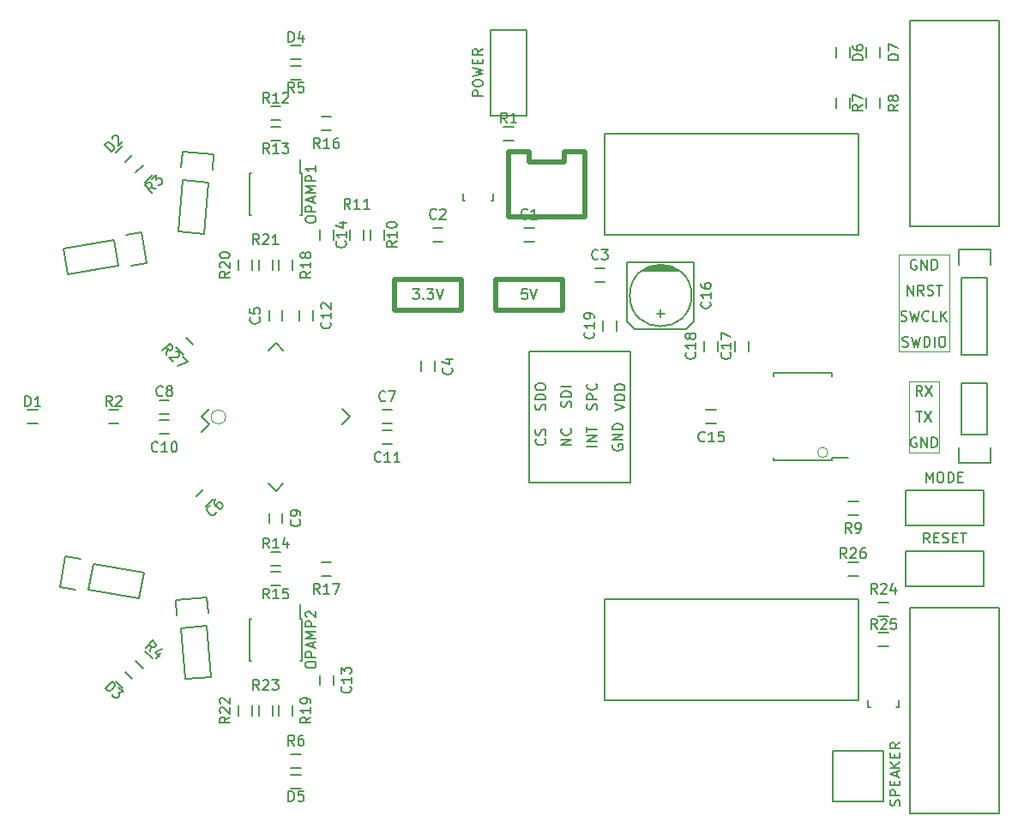
<source format=gto>
G04 #@! TF.GenerationSoftware,KiCad,Pcbnew,(5.1.2-1)-1*
G04 #@! TF.CreationDate,2019-06-05T01:13:59+09:00*
G04 #@! TF.ProjectId,MicroMouse,4d696372-6f4d-46f7-9573-652e6b696361,rev?*
G04 #@! TF.SameCoordinates,Original*
G04 #@! TF.FileFunction,Legend,Top*
G04 #@! TF.FilePolarity,Positive*
%FSLAX46Y46*%
G04 Gerber Fmt 4.6, Leading zero omitted, Abs format (unit mm)*
G04 Created by KiCad (PCBNEW (5.1.2-1)-1) date 2019-06-05 01:13:59*
%MOMM*%
%LPD*%
G04 APERTURE LIST*
%ADD10C,0.050000*%
%ADD11C,0.150000*%
%ADD12C,0.500000*%
G04 APERTURE END LIST*
D10*
X125463053Y-91460400D02*
G75*
G03X125463053Y-91460400I-707107J0D01*
G01*
D11*
X123094245Y-91460400D02*
X123854385Y-92220540D01*
X130412800Y-84141845D02*
X131172940Y-84901985D01*
X137731355Y-91460400D02*
X136971215Y-90700260D01*
X130412800Y-98778955D02*
X129652660Y-98018815D01*
X123094245Y-91460400D02*
X123854385Y-90700260D01*
X130412800Y-98778955D02*
X131172940Y-98018815D01*
X137731355Y-91460400D02*
X136971215Y-92220540D01*
X130412800Y-84141845D02*
X129652660Y-84901985D01*
X123854385Y-92220540D02*
X123129600Y-92945324D01*
X185287800Y-95485400D02*
X186887800Y-95485400D01*
X185287800Y-87135400D02*
X179537800Y-87135400D01*
X185287800Y-95785400D02*
X179537800Y-95785400D01*
X185287800Y-87135400D02*
X185287800Y-87435400D01*
X179537800Y-87135400D02*
X179537800Y-87435400D01*
X179537800Y-95785400D02*
X179537800Y-95485400D01*
X185287800Y-95785400D02*
X185287800Y-95485400D01*
D10*
X184912800Y-94960400D02*
G75*
G03X184912800Y-94960400I-500000J0D01*
G01*
D11*
X165412800Y-84960400D02*
X165412800Y-97960400D01*
X165412800Y-97960400D02*
X155412800Y-97960400D01*
X165412800Y-84960400D02*
X155412800Y-84960400D01*
X155412800Y-84960400D02*
X155412800Y-97960400D01*
D10*
X192912800Y-94960400D02*
X195912800Y-94960400D01*
X195912800Y-94960400D02*
X195912800Y-87960400D01*
X195912800Y-87960400D02*
X192912800Y-87960400D01*
X192912800Y-87960400D02*
X192912800Y-94960400D01*
X191912800Y-75460400D02*
X191912800Y-84960400D01*
X196912800Y-75460400D02*
X191912800Y-75460400D01*
X196912800Y-84960400D02*
X196912800Y-75460400D01*
X191912800Y-84960400D02*
X196912800Y-84960400D01*
D11*
X201812800Y-72620400D02*
X201812800Y-52300400D01*
X197412800Y-72620400D02*
X193012800Y-72620400D01*
X197412800Y-52300400D02*
X193012800Y-52300400D01*
X193012800Y-72620400D02*
X193012800Y-52300400D01*
X197412800Y-72620400D02*
X201812800Y-72620400D01*
X197412800Y-52300400D02*
X201812800Y-52300400D01*
X201812800Y-130620400D02*
X201812800Y-110300400D01*
X197412800Y-130620400D02*
X193012800Y-130620400D01*
X197412800Y-110300400D02*
X193012800Y-110300400D01*
X193012800Y-130620400D02*
X193012800Y-110300400D01*
X197412800Y-130620400D02*
X201812800Y-130620400D01*
X197412800Y-110300400D02*
X201812800Y-110300400D01*
X136087800Y-72960400D02*
X136087800Y-73960400D01*
X134737800Y-73960400D02*
X134737800Y-72960400D01*
X154912800Y-72785400D02*
X155912800Y-72785400D01*
X155912800Y-74135400D02*
X154912800Y-74135400D01*
X140912800Y-90785400D02*
X141912800Y-90785400D01*
X141912800Y-92135400D02*
X140912800Y-92135400D01*
X119912800Y-91135400D02*
X118912800Y-91135400D01*
X118912800Y-89785400D02*
X119912800Y-89785400D01*
X131087800Y-100960400D02*
X131087800Y-101960400D01*
X129737800Y-101960400D02*
X129737800Y-100960400D01*
X119912800Y-93135400D02*
X118912800Y-93135400D01*
X118912800Y-91785400D02*
X119912800Y-91785400D01*
X141912800Y-94135400D02*
X140912800Y-94135400D01*
X140912800Y-92785400D02*
X141912800Y-92785400D01*
X136087800Y-116960400D02*
X136087800Y-117960400D01*
X134737800Y-117960400D02*
X134737800Y-116960400D01*
X175737800Y-84960400D02*
X175737800Y-83960400D01*
X177087800Y-83960400D02*
X177087800Y-84960400D01*
X172737800Y-84960400D02*
X172737800Y-83960400D01*
X174087800Y-83960400D02*
X174087800Y-84960400D01*
X162737800Y-82960400D02*
X162737800Y-81960400D01*
X164087800Y-81960400D02*
X164087800Y-82960400D01*
X105912800Y-90785400D02*
X106912800Y-90785400D01*
X106912800Y-92135400D02*
X105912800Y-92135400D01*
X114581950Y-65336656D02*
X115289056Y-64629550D01*
X116243650Y-65584144D02*
X115536544Y-66291250D01*
X132912800Y-128135400D02*
X131912800Y-128135400D01*
X131912800Y-126785400D02*
X132912800Y-126785400D01*
X187087800Y-54960400D02*
X187087800Y-55960400D01*
X185737800Y-55960400D02*
X185737800Y-54960400D01*
X190087800Y-54960400D02*
X190087800Y-55960400D01*
X188737800Y-55960400D02*
X188737800Y-54960400D01*
X152912800Y-62785400D02*
X153912800Y-62785400D01*
X153912800Y-64135400D02*
X152912800Y-64135400D01*
X113912800Y-90785400D02*
X114912800Y-90785400D01*
X114912800Y-92135400D02*
X113912800Y-92135400D01*
X118243650Y-67584144D02*
X117536544Y-68291250D01*
X116581950Y-67336656D02*
X117289056Y-66629550D01*
X131912800Y-124785400D02*
X132912800Y-124785400D01*
X132912800Y-126135400D02*
X131912800Y-126135400D01*
X185737800Y-60960400D02*
X185737800Y-59960400D01*
X187087800Y-59960400D02*
X187087800Y-60960400D01*
X190087800Y-59960400D02*
X190087800Y-60960400D01*
X188737800Y-60960400D02*
X188737800Y-59960400D01*
X130912800Y-62135400D02*
X129912800Y-62135400D01*
X129912800Y-60785400D02*
X130912800Y-60785400D01*
X129912800Y-62785400D02*
X130912800Y-62785400D01*
X130912800Y-64135400D02*
X129912800Y-64135400D01*
X130912800Y-106135400D02*
X129912800Y-106135400D01*
X129912800Y-104785400D02*
X130912800Y-104785400D01*
X129912800Y-106785400D02*
X130912800Y-106785400D01*
X130912800Y-108135400D02*
X129912800Y-108135400D01*
X135912800Y-63135400D02*
X134912800Y-63135400D01*
X134912800Y-61785400D02*
X135912800Y-61785400D01*
X135912800Y-107135400D02*
X134912800Y-107135400D01*
X134912800Y-105785400D02*
X135912800Y-105785400D01*
X132087800Y-75960400D02*
X132087800Y-76960400D01*
X130737800Y-76960400D02*
X130737800Y-75960400D01*
X132087800Y-119960400D02*
X132087800Y-120960400D01*
X130737800Y-120960400D02*
X130737800Y-119960400D01*
X126737800Y-76960400D02*
X126737800Y-75960400D01*
X128087800Y-75960400D02*
X128087800Y-76960400D01*
X130087800Y-75960400D02*
X130087800Y-76960400D01*
X128737800Y-76960400D02*
X128737800Y-75960400D01*
X126737800Y-120960400D02*
X126737800Y-119960400D01*
X128087800Y-119960400D02*
X128087800Y-120960400D01*
X130087800Y-119960400D02*
X130087800Y-120960400D01*
X128737800Y-120960400D02*
X128737800Y-119960400D01*
X189912800Y-109785400D02*
X190912800Y-109785400D01*
X190912800Y-111135400D02*
X189912800Y-111135400D01*
X189912800Y-112785400D02*
X190912800Y-112785400D01*
X190912800Y-114135400D02*
X189912800Y-114135400D01*
X187912800Y-107135400D02*
X186912800Y-107135400D01*
X186912800Y-105785400D02*
X187912800Y-105785400D01*
X121289056Y-85291250D02*
X120581950Y-84584144D01*
X121536544Y-83629550D02*
X122243650Y-84336656D01*
X185412800Y-129460400D02*
X190412800Y-129460400D01*
X185412800Y-124460400D02*
X190412800Y-124460400D01*
X190412800Y-129460400D02*
X190412800Y-124460400D01*
X185412800Y-129460400D02*
X185412800Y-124460400D01*
X132842800Y-67385400D02*
X132842800Y-65985400D01*
X127837800Y-67385400D02*
X127837800Y-71535400D01*
X132987800Y-67385400D02*
X132987800Y-71535400D01*
X127837800Y-67385400D02*
X127982800Y-67385400D01*
X127837800Y-71535400D02*
X127982800Y-71535400D01*
X132987800Y-71535400D02*
X132842800Y-71535400D01*
X132987800Y-67385400D02*
X132842800Y-67385400D01*
X132842800Y-111385400D02*
X132842800Y-109985400D01*
X127837800Y-111385400D02*
X127837800Y-115535400D01*
X132987800Y-111385400D02*
X132987800Y-115535400D01*
X127837800Y-111385400D02*
X127982800Y-111385400D01*
X127837800Y-115535400D02*
X127982800Y-115535400D01*
X132987800Y-115535400D02*
X132842800Y-115535400D01*
X132987800Y-111385400D02*
X132842800Y-111385400D01*
X192562800Y-100460400D02*
X192562800Y-98710400D01*
X192562800Y-100460400D02*
X192562800Y-102210400D01*
X200262800Y-100460400D02*
X200262800Y-98710400D01*
X200262800Y-100460400D02*
X200262800Y-102210400D01*
X192562800Y-102210400D02*
X200262800Y-102210400D01*
X192562800Y-98710400D02*
X200262800Y-98710400D01*
X192562800Y-106460400D02*
X192562800Y-104710400D01*
X192562800Y-106460400D02*
X192562800Y-108210400D01*
X200262800Y-106460400D02*
X200262800Y-104710400D01*
X200262800Y-106460400D02*
X200262800Y-108210400D01*
X192562800Y-108210400D02*
X200262800Y-108210400D01*
X192562800Y-104710400D02*
X200262800Y-104710400D01*
D12*
X158712800Y-80960400D02*
X152112800Y-80960400D01*
X158712800Y-77860400D02*
X152112800Y-77860400D01*
X158712800Y-80960400D02*
X158712800Y-77860400D01*
X152112800Y-80960400D02*
X152112800Y-77860400D01*
X148712800Y-80960400D02*
X142112800Y-80960400D01*
X148712800Y-77860400D02*
X142112800Y-77860400D01*
X148712800Y-80960400D02*
X148712800Y-77860400D01*
X142112800Y-80960400D02*
X142112800Y-77860400D01*
D11*
X153412800Y-61710400D02*
X151612800Y-61710400D01*
X153412800Y-53210400D02*
X151612800Y-53210400D01*
X153412800Y-53210400D02*
X155212800Y-53210400D01*
X153412800Y-61710400D02*
X155212800Y-61710400D01*
X155212800Y-61710400D02*
X155212800Y-53210400D01*
X151612800Y-61710400D02*
X151612800Y-53210400D01*
X148912980Y-70110640D02*
X148912980Y-69409600D01*
X149113640Y-70110640D02*
X148912980Y-70110640D01*
X151912620Y-70110640D02*
X151663700Y-70110640D01*
X151912620Y-69409600D02*
X151912620Y-70110640D01*
X188912980Y-120110640D02*
X188912980Y-119409600D01*
X189113640Y-120110640D02*
X188912980Y-120110640D01*
X191912620Y-120110640D02*
X191663700Y-120110640D01*
X191912620Y-119409600D02*
X191912620Y-120110640D01*
X111180543Y-105492882D02*
X109654091Y-105223727D01*
X109654091Y-105223727D02*
X109115782Y-108276631D01*
X109115782Y-108276631D02*
X110642234Y-108545786D01*
X112382627Y-105989161D02*
X117385451Y-106871294D01*
X117385451Y-106871294D02*
X116944384Y-109372705D01*
X116944384Y-109372705D02*
X111941561Y-108490573D01*
X111941561Y-108490573D02*
X112382627Y-105989161D01*
X123735526Y-110794974D02*
X123600435Y-109250872D01*
X123600435Y-109250872D02*
X120512231Y-109521055D01*
X120512231Y-109521055D02*
X120647323Y-111065157D01*
X123567279Y-112084545D02*
X124010031Y-117145214D01*
X124010031Y-117145214D02*
X121479696Y-117366590D01*
X121479696Y-117366590D02*
X121036945Y-112305921D01*
X121036945Y-112305921D02*
X123567279Y-112084545D01*
X121258321Y-68084545D02*
X123788655Y-68305921D01*
X120815569Y-73145214D02*
X121258321Y-68084545D01*
X123345904Y-73366590D02*
X120815569Y-73145214D01*
X123788655Y-68305921D02*
X123345904Y-73366590D01*
X121225165Y-65250872D02*
X121090074Y-66794974D01*
X124313369Y-65521055D02*
X121225165Y-65250872D01*
X124178277Y-67065157D02*
X124313369Y-65521055D01*
X116183366Y-76545786D02*
X117709818Y-76276631D01*
X117709818Y-76276631D02*
X117171509Y-73223727D01*
X117171509Y-73223727D02*
X115645057Y-73492882D01*
X114884039Y-76490573D02*
X109881216Y-77372705D01*
X109881216Y-77372705D02*
X109440149Y-74871294D01*
X109440149Y-74871294D02*
X114442973Y-73989161D01*
X114442973Y-73989161D02*
X114884039Y-76490573D01*
X145912800Y-72785400D02*
X146912800Y-72785400D01*
X146912800Y-74135400D02*
X145912800Y-74135400D01*
X161912800Y-76785400D02*
X162912800Y-76785400D01*
X162912800Y-78135400D02*
X161912800Y-78135400D01*
X146087800Y-85960400D02*
X146087800Y-86960400D01*
X144737800Y-86960400D02*
X144737800Y-85960400D01*
X129737800Y-81960400D02*
X129737800Y-80960400D01*
X131087800Y-80960400D02*
X131087800Y-81960400D01*
X124243650Y-99584144D02*
X123536544Y-100291250D01*
X122581950Y-99336656D02*
X123289056Y-98629550D01*
X134087800Y-80960400D02*
X134087800Y-81960400D01*
X132737800Y-81960400D02*
X132737800Y-80960400D01*
X173912800Y-92135400D02*
X172912800Y-92135400D01*
X172912800Y-90785400D02*
X173912800Y-90785400D01*
X171460800Y-79460400D02*
G75*
G03X171460800Y-79460400I-3048000J0D01*
G01*
X168793800Y-81238400D02*
X168031800Y-81238400D01*
X168412800Y-81619400D02*
X168412800Y-80857400D01*
X171714800Y-82000400D02*
X171714800Y-76158400D01*
X170952800Y-82762400D02*
X171714800Y-82000400D01*
X165872800Y-82762400D02*
X170952800Y-82762400D01*
X165110800Y-82000400D02*
X165872800Y-82762400D01*
X165110800Y-76158400D02*
X165110800Y-82000400D01*
X171714800Y-76158400D02*
X165110800Y-76158400D01*
X170190800Y-77047400D02*
X166634800Y-77047400D01*
X166761800Y-76920400D02*
X170063800Y-76920400D01*
X169809800Y-76793400D02*
X167015800Y-76793400D01*
X167269800Y-76666400D02*
X169555800Y-76666400D01*
X169174800Y-76539400D02*
X167650800Y-76539400D01*
D12*
X153412800Y-71660400D02*
X160912800Y-71660400D01*
X153412800Y-65260400D02*
X153412800Y-71660400D01*
X160912800Y-71660400D02*
X160912800Y-65260400D01*
X155412800Y-65260400D02*
X153412800Y-65260400D01*
X155412800Y-66260400D02*
X155412800Y-65260400D01*
X158912800Y-66260400D02*
X155412800Y-66260400D01*
X158912800Y-65260400D02*
X158912800Y-66260400D01*
X160912800Y-65260400D02*
X158912800Y-65260400D01*
D11*
X115289056Y-118291250D02*
X114581950Y-117584144D01*
X115536544Y-116629550D02*
X116243650Y-117336656D01*
X131912800Y-54785400D02*
X132912800Y-54785400D01*
X132912800Y-56135400D02*
X131912800Y-56135400D01*
X117536544Y-114629550D02*
X118243650Y-115336656D01*
X117289056Y-116291250D02*
X116581950Y-115584144D01*
X132912800Y-58135400D02*
X131912800Y-58135400D01*
X131912800Y-56785400D02*
X132912800Y-56785400D01*
X187912800Y-101135400D02*
X186912800Y-101135400D01*
X186912800Y-99785400D02*
X187912800Y-99785400D01*
X139737800Y-73960400D02*
X139737800Y-72960400D01*
X141087800Y-72960400D02*
X141087800Y-73960400D01*
X139087800Y-72960400D02*
X139087800Y-73960400D01*
X137737800Y-73960400D02*
X137737800Y-72960400D01*
X200962800Y-96010400D02*
X197862800Y-96010400D01*
X200962800Y-94460400D02*
X200962800Y-96010400D01*
X198142800Y-93190400D02*
X200682800Y-93190400D01*
X197862800Y-96010400D02*
X197862800Y-94460400D01*
X198142800Y-88110400D02*
X198142800Y-93190400D01*
X200682800Y-88110400D02*
X198142800Y-88110400D01*
X200682800Y-93190400D02*
X200682800Y-88110400D01*
X197862800Y-74910400D02*
X200962800Y-74910400D01*
X197862800Y-76460400D02*
X197862800Y-74910400D01*
X200682800Y-77730400D02*
X198142800Y-77730400D01*
X198142800Y-85350400D02*
X200682800Y-85350400D01*
X200962800Y-74910400D02*
X200962800Y-76460400D01*
X200682800Y-77730400D02*
X200682800Y-85350400D01*
X198142800Y-77730400D02*
X198142800Y-85350400D01*
X162912800Y-63460400D02*
X162912800Y-73460400D01*
X162912800Y-63460400D02*
X187912800Y-63460400D01*
X187912800Y-63460400D02*
X187912800Y-73460400D01*
X162912800Y-73460400D02*
X187912800Y-73460400D01*
X162912800Y-109460400D02*
X162912800Y-119460400D01*
X162912800Y-109460400D02*
X187912800Y-109460400D01*
X187912800Y-109460400D02*
X187912800Y-119460400D01*
X162912800Y-119460400D02*
X187912800Y-119460400D01*
X157007561Y-90769923D02*
X157055180Y-90627066D01*
X157055180Y-90388971D01*
X157007561Y-90293733D01*
X156959942Y-90246114D01*
X156864704Y-90198495D01*
X156769466Y-90198495D01*
X156674228Y-90246114D01*
X156626609Y-90293733D01*
X156578990Y-90388971D01*
X156531371Y-90579447D01*
X156483752Y-90674685D01*
X156436133Y-90722304D01*
X156340895Y-90769923D01*
X156245657Y-90769923D01*
X156150419Y-90722304D01*
X156102800Y-90674685D01*
X156055180Y-90579447D01*
X156055180Y-90341352D01*
X156102800Y-90198495D01*
X157055180Y-89769923D02*
X156055180Y-89769923D01*
X156055180Y-89531828D01*
X156102800Y-89388971D01*
X156198038Y-89293733D01*
X156293276Y-89246114D01*
X156483752Y-89198495D01*
X156626609Y-89198495D01*
X156817085Y-89246114D01*
X156912323Y-89293733D01*
X157007561Y-89388971D01*
X157055180Y-89531828D01*
X157055180Y-89769923D01*
X156055180Y-88579447D02*
X156055180Y-88388971D01*
X156102800Y-88293733D01*
X156198038Y-88198495D01*
X156388514Y-88150876D01*
X156721847Y-88150876D01*
X156912323Y-88198495D01*
X157007561Y-88293733D01*
X157055180Y-88388971D01*
X157055180Y-88579447D01*
X157007561Y-88674685D01*
X156912323Y-88769923D01*
X156721847Y-88817542D01*
X156388514Y-88817542D01*
X156198038Y-88769923D01*
X156102800Y-88674685D01*
X156055180Y-88579447D01*
X156959942Y-93627066D02*
X157007561Y-93674685D01*
X157055180Y-93817542D01*
X157055180Y-93912780D01*
X157007561Y-94055638D01*
X156912323Y-94150876D01*
X156817085Y-94198495D01*
X156626609Y-94246114D01*
X156483752Y-94246114D01*
X156293276Y-94198495D01*
X156198038Y-94150876D01*
X156102800Y-94055638D01*
X156055180Y-93912780D01*
X156055180Y-93817542D01*
X156102800Y-93674685D01*
X156150419Y-93627066D01*
X157007561Y-93246114D02*
X157055180Y-93103257D01*
X157055180Y-92865161D01*
X157007561Y-92769923D01*
X156959942Y-92722304D01*
X156864704Y-92674685D01*
X156769466Y-92674685D01*
X156674228Y-92722304D01*
X156626609Y-92769923D01*
X156578990Y-92865161D01*
X156531371Y-93055638D01*
X156483752Y-93150876D01*
X156436133Y-93198495D01*
X156340895Y-93246114D01*
X156245657Y-93246114D01*
X156150419Y-93198495D01*
X156102800Y-93150876D01*
X156055180Y-93055638D01*
X156055180Y-92817542D01*
X156102800Y-92674685D01*
X159547561Y-90484209D02*
X159595180Y-90341352D01*
X159595180Y-90103257D01*
X159547561Y-90008019D01*
X159499942Y-89960400D01*
X159404704Y-89912780D01*
X159309466Y-89912780D01*
X159214228Y-89960400D01*
X159166609Y-90008019D01*
X159118990Y-90103257D01*
X159071371Y-90293733D01*
X159023752Y-90388971D01*
X158976133Y-90436590D01*
X158880895Y-90484209D01*
X158785657Y-90484209D01*
X158690419Y-90436590D01*
X158642800Y-90388971D01*
X158595180Y-90293733D01*
X158595180Y-90055638D01*
X158642800Y-89912780D01*
X159595180Y-89484209D02*
X158595180Y-89484209D01*
X158595180Y-89246114D01*
X158642800Y-89103257D01*
X158738038Y-89008019D01*
X158833276Y-88960400D01*
X159023752Y-88912780D01*
X159166609Y-88912780D01*
X159357085Y-88960400D01*
X159452323Y-89008019D01*
X159547561Y-89103257D01*
X159595180Y-89246114D01*
X159595180Y-89484209D01*
X159595180Y-88484209D02*
X158595180Y-88484209D01*
X159595180Y-94246114D02*
X158595180Y-94246114D01*
X159595180Y-93674685D01*
X158595180Y-93674685D01*
X159499942Y-92627066D02*
X159547561Y-92674685D01*
X159595180Y-92817542D01*
X159595180Y-92912780D01*
X159547561Y-93055638D01*
X159452323Y-93150876D01*
X159357085Y-93198495D01*
X159166609Y-93246114D01*
X159023752Y-93246114D01*
X158833276Y-93198495D01*
X158738038Y-93150876D01*
X158642800Y-93055638D01*
X158595180Y-92912780D01*
X158595180Y-92817542D01*
X158642800Y-92674685D01*
X158690419Y-92627066D01*
X162087561Y-90746114D02*
X162135180Y-90603257D01*
X162135180Y-90365161D01*
X162087561Y-90269923D01*
X162039942Y-90222304D01*
X161944704Y-90174685D01*
X161849466Y-90174685D01*
X161754228Y-90222304D01*
X161706609Y-90269923D01*
X161658990Y-90365161D01*
X161611371Y-90555638D01*
X161563752Y-90650876D01*
X161516133Y-90698495D01*
X161420895Y-90746114D01*
X161325657Y-90746114D01*
X161230419Y-90698495D01*
X161182800Y-90650876D01*
X161135180Y-90555638D01*
X161135180Y-90317542D01*
X161182800Y-90174685D01*
X162135180Y-89746114D02*
X161135180Y-89746114D01*
X161135180Y-89365161D01*
X161182800Y-89269923D01*
X161230419Y-89222304D01*
X161325657Y-89174685D01*
X161468514Y-89174685D01*
X161563752Y-89222304D01*
X161611371Y-89269923D01*
X161658990Y-89365161D01*
X161658990Y-89746114D01*
X162039942Y-88174685D02*
X162087561Y-88222304D01*
X162135180Y-88365161D01*
X162135180Y-88460400D01*
X162087561Y-88603257D01*
X161992323Y-88698495D01*
X161897085Y-88746114D01*
X161706609Y-88793733D01*
X161563752Y-88793733D01*
X161373276Y-88746114D01*
X161278038Y-88698495D01*
X161182800Y-88603257D01*
X161135180Y-88460400D01*
X161135180Y-88365161D01*
X161182800Y-88222304D01*
X161230419Y-88174685D01*
X162135180Y-94365161D02*
X161135180Y-94365161D01*
X162135180Y-93888971D02*
X161135180Y-93888971D01*
X162135180Y-93317542D01*
X161135180Y-93317542D01*
X161135180Y-92984209D02*
X161135180Y-92412780D01*
X162135180Y-92698495D02*
X161135180Y-92698495D01*
X163722800Y-94222304D02*
X163675180Y-94317542D01*
X163675180Y-94460400D01*
X163722800Y-94603257D01*
X163818038Y-94698495D01*
X163913276Y-94746114D01*
X164103752Y-94793733D01*
X164246609Y-94793733D01*
X164437085Y-94746114D01*
X164532323Y-94698495D01*
X164627561Y-94603257D01*
X164675180Y-94460400D01*
X164675180Y-94365161D01*
X164627561Y-94222304D01*
X164579942Y-94174685D01*
X164246609Y-94174685D01*
X164246609Y-94365161D01*
X164675180Y-93746114D02*
X163675180Y-93746114D01*
X164675180Y-93174685D01*
X163675180Y-93174685D01*
X164675180Y-92698495D02*
X163675180Y-92698495D01*
X163675180Y-92460400D01*
X163722800Y-92317542D01*
X163818038Y-92222304D01*
X163913276Y-92174685D01*
X164103752Y-92127066D01*
X164246609Y-92127066D01*
X164437085Y-92174685D01*
X164532323Y-92222304D01*
X164627561Y-92317542D01*
X164675180Y-92460400D01*
X164675180Y-92698495D01*
X163865180Y-90793733D02*
X164865180Y-90460400D01*
X163865180Y-90127066D01*
X164865180Y-89793733D02*
X163865180Y-89793733D01*
X163865180Y-89555638D01*
X163912800Y-89412780D01*
X164008038Y-89317542D01*
X164103276Y-89269923D01*
X164293752Y-89222304D01*
X164436609Y-89222304D01*
X164627085Y-89269923D01*
X164722323Y-89317542D01*
X164817561Y-89412780D01*
X164865180Y-89555638D01*
X164865180Y-89793733D01*
X164865180Y-88793733D02*
X163865180Y-88793733D01*
X163865180Y-88555638D01*
X163912800Y-88412780D01*
X164008038Y-88317542D01*
X164103276Y-88269923D01*
X164293752Y-88222304D01*
X164436609Y-88222304D01*
X164627085Y-88269923D01*
X164722323Y-88317542D01*
X164817561Y-88412780D01*
X164865180Y-88555638D01*
X164865180Y-88793733D01*
X193650895Y-90912780D02*
X194222323Y-90912780D01*
X193936609Y-91912780D02*
X193936609Y-90912780D01*
X194460419Y-90912780D02*
X195127085Y-91912780D01*
X195127085Y-90912780D02*
X194460419Y-91912780D01*
X194246133Y-89372780D02*
X193912800Y-88896590D01*
X193674704Y-89372780D02*
X193674704Y-88372780D01*
X194055657Y-88372780D01*
X194150895Y-88420400D01*
X194198514Y-88468019D01*
X194246133Y-88563257D01*
X194246133Y-88706114D01*
X194198514Y-88801352D01*
X194150895Y-88848971D01*
X194055657Y-88896590D01*
X193674704Y-88896590D01*
X194579466Y-88372780D02*
X195246133Y-89372780D01*
X195246133Y-88372780D02*
X194579466Y-89372780D01*
X193650895Y-93500400D02*
X193555657Y-93452780D01*
X193412800Y-93452780D01*
X193269942Y-93500400D01*
X193174704Y-93595638D01*
X193127085Y-93690876D01*
X193079466Y-93881352D01*
X193079466Y-94024209D01*
X193127085Y-94214685D01*
X193174704Y-94309923D01*
X193269942Y-94405161D01*
X193412800Y-94452780D01*
X193508038Y-94452780D01*
X193650895Y-94405161D01*
X193698514Y-94357542D01*
X193698514Y-94024209D01*
X193508038Y-94024209D01*
X194127085Y-94452780D02*
X194127085Y-93452780D01*
X194698514Y-94452780D01*
X194698514Y-93452780D01*
X195174704Y-94452780D02*
X195174704Y-93452780D01*
X195412800Y-93452780D01*
X195555657Y-93500400D01*
X195650895Y-93595638D01*
X195698514Y-93690876D01*
X195746133Y-93881352D01*
X195746133Y-94024209D01*
X195698514Y-94214685D01*
X195650895Y-94309923D01*
X195555657Y-94405161D01*
X195412800Y-94452780D01*
X195174704Y-94452780D01*
X192293752Y-84485161D02*
X192436609Y-84532780D01*
X192674704Y-84532780D01*
X192769942Y-84485161D01*
X192817561Y-84437542D01*
X192865180Y-84342304D01*
X192865180Y-84247066D01*
X192817561Y-84151828D01*
X192769942Y-84104209D01*
X192674704Y-84056590D01*
X192484228Y-84008971D01*
X192388990Y-83961352D01*
X192341371Y-83913733D01*
X192293752Y-83818495D01*
X192293752Y-83723257D01*
X192341371Y-83628019D01*
X192388990Y-83580400D01*
X192484228Y-83532780D01*
X192722323Y-83532780D01*
X192865180Y-83580400D01*
X193198514Y-83532780D02*
X193436609Y-84532780D01*
X193627085Y-83818495D01*
X193817561Y-84532780D01*
X194055657Y-83532780D01*
X194436609Y-84532780D02*
X194436609Y-83532780D01*
X194674704Y-83532780D01*
X194817561Y-83580400D01*
X194912800Y-83675638D01*
X194960419Y-83770876D01*
X195008038Y-83961352D01*
X195008038Y-84104209D01*
X194960419Y-84294685D01*
X194912800Y-84389923D01*
X194817561Y-84485161D01*
X194674704Y-84532780D01*
X194436609Y-84532780D01*
X195436609Y-84532780D02*
X195436609Y-83532780D01*
X196103276Y-83532780D02*
X196293752Y-83532780D01*
X196388990Y-83580400D01*
X196484228Y-83675638D01*
X196531847Y-83866114D01*
X196531847Y-84199447D01*
X196484228Y-84389923D01*
X196388990Y-84485161D01*
X196293752Y-84532780D01*
X196103276Y-84532780D01*
X196008038Y-84485161D01*
X195912800Y-84389923D01*
X195865180Y-84199447D01*
X195865180Y-83866114D01*
X195912800Y-83675638D01*
X196008038Y-83580400D01*
X196103276Y-83532780D01*
X192150895Y-81945161D02*
X192293752Y-81992780D01*
X192531847Y-81992780D01*
X192627085Y-81945161D01*
X192674704Y-81897542D01*
X192722323Y-81802304D01*
X192722323Y-81707066D01*
X192674704Y-81611828D01*
X192627085Y-81564209D01*
X192531847Y-81516590D01*
X192341371Y-81468971D01*
X192246133Y-81421352D01*
X192198514Y-81373733D01*
X192150895Y-81278495D01*
X192150895Y-81183257D01*
X192198514Y-81088019D01*
X192246133Y-81040400D01*
X192341371Y-80992780D01*
X192579466Y-80992780D01*
X192722323Y-81040400D01*
X193055657Y-80992780D02*
X193293752Y-81992780D01*
X193484228Y-81278495D01*
X193674704Y-81992780D01*
X193912800Y-80992780D01*
X194865180Y-81897542D02*
X194817561Y-81945161D01*
X194674704Y-81992780D01*
X194579466Y-81992780D01*
X194436609Y-81945161D01*
X194341371Y-81849923D01*
X194293752Y-81754685D01*
X194246133Y-81564209D01*
X194246133Y-81421352D01*
X194293752Y-81230876D01*
X194341371Y-81135638D01*
X194436609Y-81040400D01*
X194579466Y-80992780D01*
X194674704Y-80992780D01*
X194817561Y-81040400D01*
X194865180Y-81088019D01*
X195769942Y-81992780D02*
X195293752Y-81992780D01*
X195293752Y-80992780D01*
X196103276Y-81992780D02*
X196103276Y-80992780D01*
X196674704Y-81992780D02*
X196246133Y-81421352D01*
X196674704Y-80992780D02*
X196103276Y-81564209D01*
X192769942Y-79452780D02*
X192769942Y-78452780D01*
X193341371Y-79452780D01*
X193341371Y-78452780D01*
X194388990Y-79452780D02*
X194055657Y-78976590D01*
X193817561Y-79452780D02*
X193817561Y-78452780D01*
X194198514Y-78452780D01*
X194293752Y-78500400D01*
X194341371Y-78548019D01*
X194388990Y-78643257D01*
X194388990Y-78786114D01*
X194341371Y-78881352D01*
X194293752Y-78928971D01*
X194198514Y-78976590D01*
X193817561Y-78976590D01*
X194769942Y-79405161D02*
X194912800Y-79452780D01*
X195150895Y-79452780D01*
X195246133Y-79405161D01*
X195293752Y-79357542D01*
X195341371Y-79262304D01*
X195341371Y-79167066D01*
X195293752Y-79071828D01*
X195246133Y-79024209D01*
X195150895Y-78976590D01*
X194960419Y-78928971D01*
X194865180Y-78881352D01*
X194817561Y-78833733D01*
X194769942Y-78738495D01*
X194769942Y-78643257D01*
X194817561Y-78548019D01*
X194865180Y-78500400D01*
X194960419Y-78452780D01*
X195198514Y-78452780D01*
X195341371Y-78500400D01*
X195627085Y-78452780D02*
X196198514Y-78452780D01*
X195912800Y-79452780D02*
X195912800Y-78452780D01*
X193650895Y-75960400D02*
X193555657Y-75912780D01*
X193412800Y-75912780D01*
X193269942Y-75960400D01*
X193174704Y-76055638D01*
X193127085Y-76150876D01*
X193079466Y-76341352D01*
X193079466Y-76484209D01*
X193127085Y-76674685D01*
X193174704Y-76769923D01*
X193269942Y-76865161D01*
X193412800Y-76912780D01*
X193508038Y-76912780D01*
X193650895Y-76865161D01*
X193698514Y-76817542D01*
X193698514Y-76484209D01*
X193508038Y-76484209D01*
X194127085Y-76912780D02*
X194127085Y-75912780D01*
X194698514Y-76912780D01*
X194698514Y-75912780D01*
X195174704Y-76912780D02*
X195174704Y-75912780D01*
X195412800Y-75912780D01*
X195555657Y-75960400D01*
X195650895Y-76055638D01*
X195698514Y-76150876D01*
X195746133Y-76341352D01*
X195746133Y-76484209D01*
X195698514Y-76674685D01*
X195650895Y-76769923D01*
X195555657Y-76865161D01*
X195412800Y-76912780D01*
X195174704Y-76912780D01*
X137269942Y-74103257D02*
X137317561Y-74150876D01*
X137365180Y-74293733D01*
X137365180Y-74388971D01*
X137317561Y-74531828D01*
X137222323Y-74627066D01*
X137127085Y-74674685D01*
X136936609Y-74722304D01*
X136793752Y-74722304D01*
X136603276Y-74674685D01*
X136508038Y-74627066D01*
X136412800Y-74531828D01*
X136365180Y-74388971D01*
X136365180Y-74293733D01*
X136412800Y-74150876D01*
X136460419Y-74103257D01*
X137365180Y-73150876D02*
X137365180Y-73722304D01*
X137365180Y-73436590D02*
X136365180Y-73436590D01*
X136508038Y-73531828D01*
X136603276Y-73627066D01*
X136650895Y-73722304D01*
X136698514Y-72293733D02*
X137365180Y-72293733D01*
X136317561Y-72531828D02*
X137031847Y-72769923D01*
X137031847Y-72150876D01*
X155246133Y-71817542D02*
X155198514Y-71865161D01*
X155055657Y-71912780D01*
X154960419Y-71912780D01*
X154817561Y-71865161D01*
X154722323Y-71769923D01*
X154674704Y-71674685D01*
X154627085Y-71484209D01*
X154627085Y-71341352D01*
X154674704Y-71150876D01*
X154722323Y-71055638D01*
X154817561Y-70960400D01*
X154960419Y-70912780D01*
X155055657Y-70912780D01*
X155198514Y-70960400D01*
X155246133Y-71008019D01*
X156198514Y-71912780D02*
X155627085Y-71912780D01*
X155912800Y-71912780D02*
X155912800Y-70912780D01*
X155817561Y-71055638D01*
X155722323Y-71150876D01*
X155627085Y-71198495D01*
X141246133Y-89817542D02*
X141198514Y-89865161D01*
X141055657Y-89912780D01*
X140960419Y-89912780D01*
X140817561Y-89865161D01*
X140722323Y-89769923D01*
X140674704Y-89674685D01*
X140627085Y-89484209D01*
X140627085Y-89341352D01*
X140674704Y-89150876D01*
X140722323Y-89055638D01*
X140817561Y-88960400D01*
X140960419Y-88912780D01*
X141055657Y-88912780D01*
X141198514Y-88960400D01*
X141246133Y-89008019D01*
X141579466Y-88912780D02*
X142246133Y-88912780D01*
X141817561Y-89912780D01*
X119246133Y-89317542D02*
X119198514Y-89365161D01*
X119055657Y-89412780D01*
X118960419Y-89412780D01*
X118817561Y-89365161D01*
X118722323Y-89269923D01*
X118674704Y-89174685D01*
X118627085Y-88984209D01*
X118627085Y-88841352D01*
X118674704Y-88650876D01*
X118722323Y-88555638D01*
X118817561Y-88460400D01*
X118960419Y-88412780D01*
X119055657Y-88412780D01*
X119198514Y-88460400D01*
X119246133Y-88508019D01*
X119817561Y-88841352D02*
X119722323Y-88793733D01*
X119674704Y-88746114D01*
X119627085Y-88650876D01*
X119627085Y-88603257D01*
X119674704Y-88508019D01*
X119722323Y-88460400D01*
X119817561Y-88412780D01*
X120008038Y-88412780D01*
X120103276Y-88460400D01*
X120150895Y-88508019D01*
X120198514Y-88603257D01*
X120198514Y-88650876D01*
X120150895Y-88746114D01*
X120103276Y-88793733D01*
X120008038Y-88841352D01*
X119817561Y-88841352D01*
X119722323Y-88888971D01*
X119674704Y-88936590D01*
X119627085Y-89031828D01*
X119627085Y-89222304D01*
X119674704Y-89317542D01*
X119722323Y-89365161D01*
X119817561Y-89412780D01*
X120008038Y-89412780D01*
X120103276Y-89365161D01*
X120150895Y-89317542D01*
X120198514Y-89222304D01*
X120198514Y-89031828D01*
X120150895Y-88936590D01*
X120103276Y-88888971D01*
X120008038Y-88841352D01*
X132769942Y-101627066D02*
X132817561Y-101674685D01*
X132865180Y-101817542D01*
X132865180Y-101912780D01*
X132817561Y-102055638D01*
X132722323Y-102150876D01*
X132627085Y-102198495D01*
X132436609Y-102246114D01*
X132293752Y-102246114D01*
X132103276Y-102198495D01*
X132008038Y-102150876D01*
X131912800Y-102055638D01*
X131865180Y-101912780D01*
X131865180Y-101817542D01*
X131912800Y-101674685D01*
X131960419Y-101627066D01*
X132865180Y-101150876D02*
X132865180Y-100960400D01*
X132817561Y-100865161D01*
X132769942Y-100817542D01*
X132627085Y-100722304D01*
X132436609Y-100674685D01*
X132055657Y-100674685D01*
X131960419Y-100722304D01*
X131912800Y-100769923D01*
X131865180Y-100865161D01*
X131865180Y-101055638D01*
X131912800Y-101150876D01*
X131960419Y-101198495D01*
X132055657Y-101246114D01*
X132293752Y-101246114D01*
X132388990Y-101198495D01*
X132436609Y-101150876D01*
X132484228Y-101055638D01*
X132484228Y-100865161D01*
X132436609Y-100769923D01*
X132388990Y-100722304D01*
X132293752Y-100674685D01*
X118769942Y-94817542D02*
X118722323Y-94865161D01*
X118579466Y-94912780D01*
X118484228Y-94912780D01*
X118341371Y-94865161D01*
X118246133Y-94769923D01*
X118198514Y-94674685D01*
X118150895Y-94484209D01*
X118150895Y-94341352D01*
X118198514Y-94150876D01*
X118246133Y-94055638D01*
X118341371Y-93960400D01*
X118484228Y-93912780D01*
X118579466Y-93912780D01*
X118722323Y-93960400D01*
X118769942Y-94008019D01*
X119722323Y-94912780D02*
X119150895Y-94912780D01*
X119436609Y-94912780D02*
X119436609Y-93912780D01*
X119341371Y-94055638D01*
X119246133Y-94150876D01*
X119150895Y-94198495D01*
X120341371Y-93912780D02*
X120436609Y-93912780D01*
X120531847Y-93960400D01*
X120579466Y-94008019D01*
X120627085Y-94103257D01*
X120674704Y-94293733D01*
X120674704Y-94531828D01*
X120627085Y-94722304D01*
X120579466Y-94817542D01*
X120531847Y-94865161D01*
X120436609Y-94912780D01*
X120341371Y-94912780D01*
X120246133Y-94865161D01*
X120198514Y-94817542D01*
X120150895Y-94722304D01*
X120103276Y-94531828D01*
X120103276Y-94293733D01*
X120150895Y-94103257D01*
X120198514Y-94008019D01*
X120246133Y-93960400D01*
X120341371Y-93912780D01*
X140769942Y-95817542D02*
X140722323Y-95865161D01*
X140579466Y-95912780D01*
X140484228Y-95912780D01*
X140341371Y-95865161D01*
X140246133Y-95769923D01*
X140198514Y-95674685D01*
X140150895Y-95484209D01*
X140150895Y-95341352D01*
X140198514Y-95150876D01*
X140246133Y-95055638D01*
X140341371Y-94960400D01*
X140484228Y-94912780D01*
X140579466Y-94912780D01*
X140722323Y-94960400D01*
X140769942Y-95008019D01*
X141722323Y-95912780D02*
X141150895Y-95912780D01*
X141436609Y-95912780D02*
X141436609Y-94912780D01*
X141341371Y-95055638D01*
X141246133Y-95150876D01*
X141150895Y-95198495D01*
X142674704Y-95912780D02*
X142103276Y-95912780D01*
X142388990Y-95912780D02*
X142388990Y-94912780D01*
X142293752Y-95055638D01*
X142198514Y-95150876D01*
X142103276Y-95198495D01*
X137769942Y-118103257D02*
X137817561Y-118150876D01*
X137865180Y-118293733D01*
X137865180Y-118388971D01*
X137817561Y-118531828D01*
X137722323Y-118627066D01*
X137627085Y-118674685D01*
X137436609Y-118722304D01*
X137293752Y-118722304D01*
X137103276Y-118674685D01*
X137008038Y-118627066D01*
X136912800Y-118531828D01*
X136865180Y-118388971D01*
X136865180Y-118293733D01*
X136912800Y-118150876D01*
X136960419Y-118103257D01*
X137865180Y-117150876D02*
X137865180Y-117722304D01*
X137865180Y-117436590D02*
X136865180Y-117436590D01*
X137008038Y-117531828D01*
X137103276Y-117627066D01*
X137150895Y-117722304D01*
X136865180Y-116817542D02*
X136865180Y-116198495D01*
X137246133Y-116531828D01*
X137246133Y-116388971D01*
X137293752Y-116293733D01*
X137341371Y-116246114D01*
X137436609Y-116198495D01*
X137674704Y-116198495D01*
X137769942Y-116246114D01*
X137817561Y-116293733D01*
X137865180Y-116388971D01*
X137865180Y-116674685D01*
X137817561Y-116769923D01*
X137769942Y-116817542D01*
X175269942Y-85103257D02*
X175317561Y-85150876D01*
X175365180Y-85293733D01*
X175365180Y-85388971D01*
X175317561Y-85531828D01*
X175222323Y-85627066D01*
X175127085Y-85674685D01*
X174936609Y-85722304D01*
X174793752Y-85722304D01*
X174603276Y-85674685D01*
X174508038Y-85627066D01*
X174412800Y-85531828D01*
X174365180Y-85388971D01*
X174365180Y-85293733D01*
X174412800Y-85150876D01*
X174460419Y-85103257D01*
X175365180Y-84150876D02*
X175365180Y-84722304D01*
X175365180Y-84436590D02*
X174365180Y-84436590D01*
X174508038Y-84531828D01*
X174603276Y-84627066D01*
X174650895Y-84722304D01*
X174365180Y-83817542D02*
X174365180Y-83150876D01*
X175365180Y-83579447D01*
X171769942Y-85103257D02*
X171817561Y-85150876D01*
X171865180Y-85293733D01*
X171865180Y-85388971D01*
X171817561Y-85531828D01*
X171722323Y-85627066D01*
X171627085Y-85674685D01*
X171436609Y-85722304D01*
X171293752Y-85722304D01*
X171103276Y-85674685D01*
X171008038Y-85627066D01*
X170912800Y-85531828D01*
X170865180Y-85388971D01*
X170865180Y-85293733D01*
X170912800Y-85150876D01*
X170960419Y-85103257D01*
X171865180Y-84150876D02*
X171865180Y-84722304D01*
X171865180Y-84436590D02*
X170865180Y-84436590D01*
X171008038Y-84531828D01*
X171103276Y-84627066D01*
X171150895Y-84722304D01*
X171293752Y-83579447D02*
X171246133Y-83674685D01*
X171198514Y-83722304D01*
X171103276Y-83769923D01*
X171055657Y-83769923D01*
X170960419Y-83722304D01*
X170912800Y-83674685D01*
X170865180Y-83579447D01*
X170865180Y-83388971D01*
X170912800Y-83293733D01*
X170960419Y-83246114D01*
X171055657Y-83198495D01*
X171103276Y-83198495D01*
X171198514Y-83246114D01*
X171246133Y-83293733D01*
X171293752Y-83388971D01*
X171293752Y-83579447D01*
X171341371Y-83674685D01*
X171388990Y-83722304D01*
X171484228Y-83769923D01*
X171674704Y-83769923D01*
X171769942Y-83722304D01*
X171817561Y-83674685D01*
X171865180Y-83579447D01*
X171865180Y-83388971D01*
X171817561Y-83293733D01*
X171769942Y-83246114D01*
X171674704Y-83198495D01*
X171484228Y-83198495D01*
X171388990Y-83246114D01*
X171341371Y-83293733D01*
X171293752Y-83388971D01*
X161769942Y-83103257D02*
X161817561Y-83150876D01*
X161865180Y-83293733D01*
X161865180Y-83388971D01*
X161817561Y-83531828D01*
X161722323Y-83627066D01*
X161627085Y-83674685D01*
X161436609Y-83722304D01*
X161293752Y-83722304D01*
X161103276Y-83674685D01*
X161008038Y-83627066D01*
X160912800Y-83531828D01*
X160865180Y-83388971D01*
X160865180Y-83293733D01*
X160912800Y-83150876D01*
X160960419Y-83103257D01*
X161865180Y-82150876D02*
X161865180Y-82722304D01*
X161865180Y-82436590D02*
X160865180Y-82436590D01*
X161008038Y-82531828D01*
X161103276Y-82627066D01*
X161150895Y-82722304D01*
X161865180Y-81674685D02*
X161865180Y-81484209D01*
X161817561Y-81388971D01*
X161769942Y-81341352D01*
X161627085Y-81246114D01*
X161436609Y-81198495D01*
X161055657Y-81198495D01*
X160960419Y-81246114D01*
X160912800Y-81293733D01*
X160865180Y-81388971D01*
X160865180Y-81579447D01*
X160912800Y-81674685D01*
X160960419Y-81722304D01*
X161055657Y-81769923D01*
X161293752Y-81769923D01*
X161388990Y-81722304D01*
X161436609Y-81674685D01*
X161484228Y-81579447D01*
X161484228Y-81388971D01*
X161436609Y-81293733D01*
X161388990Y-81246114D01*
X161293752Y-81198495D01*
X105674704Y-90412780D02*
X105674704Y-89412780D01*
X105912800Y-89412780D01*
X106055657Y-89460400D01*
X106150895Y-89555638D01*
X106198514Y-89650876D01*
X106246133Y-89841352D01*
X106246133Y-89984209D01*
X106198514Y-90174685D01*
X106150895Y-90269923D01*
X106055657Y-90365161D01*
X105912800Y-90412780D01*
X105674704Y-90412780D01*
X107198514Y-90412780D02*
X106627085Y-90412780D01*
X106912800Y-90412780D02*
X106912800Y-89412780D01*
X106817561Y-89555638D01*
X106722323Y-89650876D01*
X106627085Y-89698495D01*
X114210769Y-65302193D02*
X113503662Y-64595087D01*
X113672021Y-64426728D01*
X113806708Y-64359384D01*
X113941395Y-64359384D01*
X114042410Y-64393056D01*
X114210769Y-64494071D01*
X114311784Y-64595087D01*
X114412800Y-64763445D01*
X114446471Y-64864461D01*
X114446471Y-64999148D01*
X114379128Y-65133835D01*
X114210769Y-65302193D01*
X114244441Y-63988995D02*
X114244441Y-63921651D01*
X114278112Y-63820636D01*
X114446471Y-63652277D01*
X114547487Y-63618606D01*
X114614830Y-63618606D01*
X114715845Y-63652277D01*
X114783189Y-63719621D01*
X114850532Y-63854308D01*
X114850532Y-64662430D01*
X115288265Y-64224697D01*
X131674704Y-129412780D02*
X131674704Y-128412780D01*
X131912800Y-128412780D01*
X132055657Y-128460400D01*
X132150895Y-128555638D01*
X132198514Y-128650876D01*
X132246133Y-128841352D01*
X132246133Y-128984209D01*
X132198514Y-129174685D01*
X132150895Y-129269923D01*
X132055657Y-129365161D01*
X131912800Y-129412780D01*
X131674704Y-129412780D01*
X133150895Y-128412780D02*
X132674704Y-128412780D01*
X132627085Y-128888971D01*
X132674704Y-128841352D01*
X132769942Y-128793733D01*
X133008038Y-128793733D01*
X133103276Y-128841352D01*
X133150895Y-128888971D01*
X133198514Y-128984209D01*
X133198514Y-129222304D01*
X133150895Y-129317542D01*
X133103276Y-129365161D01*
X133008038Y-129412780D01*
X132769942Y-129412780D01*
X132674704Y-129365161D01*
X132627085Y-129317542D01*
X188365180Y-56198495D02*
X187365180Y-56198495D01*
X187365180Y-55960400D01*
X187412800Y-55817542D01*
X187508038Y-55722304D01*
X187603276Y-55674685D01*
X187793752Y-55627066D01*
X187936609Y-55627066D01*
X188127085Y-55674685D01*
X188222323Y-55722304D01*
X188317561Y-55817542D01*
X188365180Y-55960400D01*
X188365180Y-56198495D01*
X187365180Y-54769923D02*
X187365180Y-54960400D01*
X187412800Y-55055638D01*
X187460419Y-55103257D01*
X187603276Y-55198495D01*
X187793752Y-55246114D01*
X188174704Y-55246114D01*
X188269942Y-55198495D01*
X188317561Y-55150876D01*
X188365180Y-55055638D01*
X188365180Y-54865161D01*
X188317561Y-54769923D01*
X188269942Y-54722304D01*
X188174704Y-54674685D01*
X187936609Y-54674685D01*
X187841371Y-54722304D01*
X187793752Y-54769923D01*
X187746133Y-54865161D01*
X187746133Y-55055638D01*
X187793752Y-55150876D01*
X187841371Y-55198495D01*
X187936609Y-55246114D01*
X191865180Y-56198495D02*
X190865180Y-56198495D01*
X190865180Y-55960400D01*
X190912800Y-55817542D01*
X191008038Y-55722304D01*
X191103276Y-55674685D01*
X191293752Y-55627066D01*
X191436609Y-55627066D01*
X191627085Y-55674685D01*
X191722323Y-55722304D01*
X191817561Y-55817542D01*
X191865180Y-55960400D01*
X191865180Y-56198495D01*
X190865180Y-55293733D02*
X190865180Y-54627066D01*
X191865180Y-55055638D01*
X153246133Y-62412780D02*
X152912800Y-61936590D01*
X152674704Y-62412780D02*
X152674704Y-61412780D01*
X153055657Y-61412780D01*
X153150895Y-61460400D01*
X153198514Y-61508019D01*
X153246133Y-61603257D01*
X153246133Y-61746114D01*
X153198514Y-61841352D01*
X153150895Y-61888971D01*
X153055657Y-61936590D01*
X152674704Y-61936590D01*
X154198514Y-62412780D02*
X153627085Y-62412780D01*
X153912800Y-62412780D02*
X153912800Y-61412780D01*
X153817561Y-61555638D01*
X153722323Y-61650876D01*
X153627085Y-61698495D01*
X114246133Y-90412780D02*
X113912800Y-89936590D01*
X113674704Y-90412780D02*
X113674704Y-89412780D01*
X114055657Y-89412780D01*
X114150895Y-89460400D01*
X114198514Y-89508019D01*
X114246133Y-89603257D01*
X114246133Y-89746114D01*
X114198514Y-89841352D01*
X114150895Y-89888971D01*
X114055657Y-89936590D01*
X113674704Y-89936590D01*
X114627085Y-89508019D02*
X114674704Y-89460400D01*
X114769942Y-89412780D01*
X115008038Y-89412780D01*
X115103276Y-89460400D01*
X115150895Y-89508019D01*
X115198514Y-89603257D01*
X115198514Y-89698495D01*
X115150895Y-89841352D01*
X114579466Y-90412780D01*
X115198514Y-90412780D01*
X118614830Y-68898132D02*
X118042410Y-68797117D01*
X118210769Y-69302193D02*
X117503662Y-68595087D01*
X117773036Y-68325712D01*
X117874051Y-68292041D01*
X117941395Y-68292041D01*
X118042410Y-68325712D01*
X118143425Y-68426728D01*
X118177097Y-68527743D01*
X118177097Y-68595087D01*
X118143425Y-68696102D01*
X117874051Y-68965476D01*
X118143425Y-67955323D02*
X118581158Y-67517590D01*
X118614830Y-68022667D01*
X118715845Y-67921651D01*
X118816861Y-67887980D01*
X118884204Y-67887980D01*
X118985219Y-67921651D01*
X119153578Y-68090010D01*
X119187250Y-68191025D01*
X119187250Y-68258369D01*
X119153578Y-68359384D01*
X118951548Y-68561415D01*
X118850532Y-68595087D01*
X118783189Y-68595087D01*
X132246133Y-123912780D02*
X131912800Y-123436590D01*
X131674704Y-123912780D02*
X131674704Y-122912780D01*
X132055657Y-122912780D01*
X132150895Y-122960400D01*
X132198514Y-123008019D01*
X132246133Y-123103257D01*
X132246133Y-123246114D01*
X132198514Y-123341352D01*
X132150895Y-123388971D01*
X132055657Y-123436590D01*
X131674704Y-123436590D01*
X133103276Y-122912780D02*
X132912800Y-122912780D01*
X132817561Y-122960400D01*
X132769942Y-123008019D01*
X132674704Y-123150876D01*
X132627085Y-123341352D01*
X132627085Y-123722304D01*
X132674704Y-123817542D01*
X132722323Y-123865161D01*
X132817561Y-123912780D01*
X133008038Y-123912780D01*
X133103276Y-123865161D01*
X133150895Y-123817542D01*
X133198514Y-123722304D01*
X133198514Y-123484209D01*
X133150895Y-123388971D01*
X133103276Y-123341352D01*
X133008038Y-123293733D01*
X132817561Y-123293733D01*
X132722323Y-123341352D01*
X132674704Y-123388971D01*
X132627085Y-123484209D01*
X188365180Y-60627066D02*
X187888990Y-60960400D01*
X188365180Y-61198495D02*
X187365180Y-61198495D01*
X187365180Y-60817542D01*
X187412800Y-60722304D01*
X187460419Y-60674685D01*
X187555657Y-60627066D01*
X187698514Y-60627066D01*
X187793752Y-60674685D01*
X187841371Y-60722304D01*
X187888990Y-60817542D01*
X187888990Y-61198495D01*
X187365180Y-60293733D02*
X187365180Y-59627066D01*
X188365180Y-60055638D01*
X191865180Y-60627066D02*
X191388990Y-60960400D01*
X191865180Y-61198495D02*
X190865180Y-61198495D01*
X190865180Y-60817542D01*
X190912800Y-60722304D01*
X190960419Y-60674685D01*
X191055657Y-60627066D01*
X191198514Y-60627066D01*
X191293752Y-60674685D01*
X191341371Y-60722304D01*
X191388990Y-60817542D01*
X191388990Y-61198495D01*
X191293752Y-60055638D02*
X191246133Y-60150876D01*
X191198514Y-60198495D01*
X191103276Y-60246114D01*
X191055657Y-60246114D01*
X190960419Y-60198495D01*
X190912800Y-60150876D01*
X190865180Y-60055638D01*
X190865180Y-59865161D01*
X190912800Y-59769923D01*
X190960419Y-59722304D01*
X191055657Y-59674685D01*
X191103276Y-59674685D01*
X191198514Y-59722304D01*
X191246133Y-59769923D01*
X191293752Y-59865161D01*
X191293752Y-60055638D01*
X191341371Y-60150876D01*
X191388990Y-60198495D01*
X191484228Y-60246114D01*
X191674704Y-60246114D01*
X191769942Y-60198495D01*
X191817561Y-60150876D01*
X191865180Y-60055638D01*
X191865180Y-59865161D01*
X191817561Y-59769923D01*
X191769942Y-59722304D01*
X191674704Y-59674685D01*
X191484228Y-59674685D01*
X191388990Y-59722304D01*
X191341371Y-59769923D01*
X191293752Y-59865161D01*
X129769942Y-60412780D02*
X129436609Y-59936590D01*
X129198514Y-60412780D02*
X129198514Y-59412780D01*
X129579466Y-59412780D01*
X129674704Y-59460400D01*
X129722323Y-59508019D01*
X129769942Y-59603257D01*
X129769942Y-59746114D01*
X129722323Y-59841352D01*
X129674704Y-59888971D01*
X129579466Y-59936590D01*
X129198514Y-59936590D01*
X130722323Y-60412780D02*
X130150895Y-60412780D01*
X130436609Y-60412780D02*
X130436609Y-59412780D01*
X130341371Y-59555638D01*
X130246133Y-59650876D01*
X130150895Y-59698495D01*
X131103276Y-59508019D02*
X131150895Y-59460400D01*
X131246133Y-59412780D01*
X131484228Y-59412780D01*
X131579466Y-59460400D01*
X131627085Y-59508019D01*
X131674704Y-59603257D01*
X131674704Y-59698495D01*
X131627085Y-59841352D01*
X131055657Y-60412780D01*
X131674704Y-60412780D01*
X129769942Y-65412780D02*
X129436609Y-64936590D01*
X129198514Y-65412780D02*
X129198514Y-64412780D01*
X129579466Y-64412780D01*
X129674704Y-64460400D01*
X129722323Y-64508019D01*
X129769942Y-64603257D01*
X129769942Y-64746114D01*
X129722323Y-64841352D01*
X129674704Y-64888971D01*
X129579466Y-64936590D01*
X129198514Y-64936590D01*
X130722323Y-65412780D02*
X130150895Y-65412780D01*
X130436609Y-65412780D02*
X130436609Y-64412780D01*
X130341371Y-64555638D01*
X130246133Y-64650876D01*
X130150895Y-64698495D01*
X131055657Y-64412780D02*
X131674704Y-64412780D01*
X131341371Y-64793733D01*
X131484228Y-64793733D01*
X131579466Y-64841352D01*
X131627085Y-64888971D01*
X131674704Y-64984209D01*
X131674704Y-65222304D01*
X131627085Y-65317542D01*
X131579466Y-65365161D01*
X131484228Y-65412780D01*
X131198514Y-65412780D01*
X131103276Y-65365161D01*
X131055657Y-65317542D01*
X129769942Y-104412780D02*
X129436609Y-103936590D01*
X129198514Y-104412780D02*
X129198514Y-103412780D01*
X129579466Y-103412780D01*
X129674704Y-103460400D01*
X129722323Y-103508019D01*
X129769942Y-103603257D01*
X129769942Y-103746114D01*
X129722323Y-103841352D01*
X129674704Y-103888971D01*
X129579466Y-103936590D01*
X129198514Y-103936590D01*
X130722323Y-104412780D02*
X130150895Y-104412780D01*
X130436609Y-104412780D02*
X130436609Y-103412780D01*
X130341371Y-103555638D01*
X130246133Y-103650876D01*
X130150895Y-103698495D01*
X131579466Y-103746114D02*
X131579466Y-104412780D01*
X131341371Y-103365161D02*
X131103276Y-104079447D01*
X131722323Y-104079447D01*
X129769942Y-109412780D02*
X129436609Y-108936590D01*
X129198514Y-109412780D02*
X129198514Y-108412780D01*
X129579466Y-108412780D01*
X129674704Y-108460400D01*
X129722323Y-108508019D01*
X129769942Y-108603257D01*
X129769942Y-108746114D01*
X129722323Y-108841352D01*
X129674704Y-108888971D01*
X129579466Y-108936590D01*
X129198514Y-108936590D01*
X130722323Y-109412780D02*
X130150895Y-109412780D01*
X130436609Y-109412780D02*
X130436609Y-108412780D01*
X130341371Y-108555638D01*
X130246133Y-108650876D01*
X130150895Y-108698495D01*
X131627085Y-108412780D02*
X131150895Y-108412780D01*
X131103276Y-108888971D01*
X131150895Y-108841352D01*
X131246133Y-108793733D01*
X131484228Y-108793733D01*
X131579466Y-108841352D01*
X131627085Y-108888971D01*
X131674704Y-108984209D01*
X131674704Y-109222304D01*
X131627085Y-109317542D01*
X131579466Y-109365161D01*
X131484228Y-109412780D01*
X131246133Y-109412780D01*
X131150895Y-109365161D01*
X131103276Y-109317542D01*
X134769942Y-64912780D02*
X134436609Y-64436590D01*
X134198514Y-64912780D02*
X134198514Y-63912780D01*
X134579466Y-63912780D01*
X134674704Y-63960400D01*
X134722323Y-64008019D01*
X134769942Y-64103257D01*
X134769942Y-64246114D01*
X134722323Y-64341352D01*
X134674704Y-64388971D01*
X134579466Y-64436590D01*
X134198514Y-64436590D01*
X135722323Y-64912780D02*
X135150895Y-64912780D01*
X135436609Y-64912780D02*
X135436609Y-63912780D01*
X135341371Y-64055638D01*
X135246133Y-64150876D01*
X135150895Y-64198495D01*
X136579466Y-63912780D02*
X136388990Y-63912780D01*
X136293752Y-63960400D01*
X136246133Y-64008019D01*
X136150895Y-64150876D01*
X136103276Y-64341352D01*
X136103276Y-64722304D01*
X136150895Y-64817542D01*
X136198514Y-64865161D01*
X136293752Y-64912780D01*
X136484228Y-64912780D01*
X136579466Y-64865161D01*
X136627085Y-64817542D01*
X136674704Y-64722304D01*
X136674704Y-64484209D01*
X136627085Y-64388971D01*
X136579466Y-64341352D01*
X136484228Y-64293733D01*
X136293752Y-64293733D01*
X136198514Y-64341352D01*
X136150895Y-64388971D01*
X136103276Y-64484209D01*
X134769942Y-108912780D02*
X134436609Y-108436590D01*
X134198514Y-108912780D02*
X134198514Y-107912780D01*
X134579466Y-107912780D01*
X134674704Y-107960400D01*
X134722323Y-108008019D01*
X134769942Y-108103257D01*
X134769942Y-108246114D01*
X134722323Y-108341352D01*
X134674704Y-108388971D01*
X134579466Y-108436590D01*
X134198514Y-108436590D01*
X135722323Y-108912780D02*
X135150895Y-108912780D01*
X135436609Y-108912780D02*
X135436609Y-107912780D01*
X135341371Y-108055638D01*
X135246133Y-108150876D01*
X135150895Y-108198495D01*
X136055657Y-107912780D02*
X136722323Y-107912780D01*
X136293752Y-108912780D01*
X133865180Y-77103257D02*
X133388990Y-77436590D01*
X133865180Y-77674685D02*
X132865180Y-77674685D01*
X132865180Y-77293733D01*
X132912800Y-77198495D01*
X132960419Y-77150876D01*
X133055657Y-77103257D01*
X133198514Y-77103257D01*
X133293752Y-77150876D01*
X133341371Y-77198495D01*
X133388990Y-77293733D01*
X133388990Y-77674685D01*
X133865180Y-76150876D02*
X133865180Y-76722304D01*
X133865180Y-76436590D02*
X132865180Y-76436590D01*
X133008038Y-76531828D01*
X133103276Y-76627066D01*
X133150895Y-76722304D01*
X133293752Y-75579447D02*
X133246133Y-75674685D01*
X133198514Y-75722304D01*
X133103276Y-75769923D01*
X133055657Y-75769923D01*
X132960419Y-75722304D01*
X132912800Y-75674685D01*
X132865180Y-75579447D01*
X132865180Y-75388971D01*
X132912800Y-75293733D01*
X132960419Y-75246114D01*
X133055657Y-75198495D01*
X133103276Y-75198495D01*
X133198514Y-75246114D01*
X133246133Y-75293733D01*
X133293752Y-75388971D01*
X133293752Y-75579447D01*
X133341371Y-75674685D01*
X133388990Y-75722304D01*
X133484228Y-75769923D01*
X133674704Y-75769923D01*
X133769942Y-75722304D01*
X133817561Y-75674685D01*
X133865180Y-75579447D01*
X133865180Y-75388971D01*
X133817561Y-75293733D01*
X133769942Y-75246114D01*
X133674704Y-75198495D01*
X133484228Y-75198495D01*
X133388990Y-75246114D01*
X133341371Y-75293733D01*
X133293752Y-75388971D01*
X133865180Y-121103257D02*
X133388990Y-121436590D01*
X133865180Y-121674685D02*
X132865180Y-121674685D01*
X132865180Y-121293733D01*
X132912800Y-121198495D01*
X132960419Y-121150876D01*
X133055657Y-121103257D01*
X133198514Y-121103257D01*
X133293752Y-121150876D01*
X133341371Y-121198495D01*
X133388990Y-121293733D01*
X133388990Y-121674685D01*
X133865180Y-120150876D02*
X133865180Y-120722304D01*
X133865180Y-120436590D02*
X132865180Y-120436590D01*
X133008038Y-120531828D01*
X133103276Y-120627066D01*
X133150895Y-120722304D01*
X133865180Y-119674685D02*
X133865180Y-119484209D01*
X133817561Y-119388971D01*
X133769942Y-119341352D01*
X133627085Y-119246114D01*
X133436609Y-119198495D01*
X133055657Y-119198495D01*
X132960419Y-119246114D01*
X132912800Y-119293733D01*
X132865180Y-119388971D01*
X132865180Y-119579447D01*
X132912800Y-119674685D01*
X132960419Y-119722304D01*
X133055657Y-119769923D01*
X133293752Y-119769923D01*
X133388990Y-119722304D01*
X133436609Y-119674685D01*
X133484228Y-119579447D01*
X133484228Y-119388971D01*
X133436609Y-119293733D01*
X133388990Y-119246114D01*
X133293752Y-119198495D01*
X125865180Y-77103257D02*
X125388990Y-77436590D01*
X125865180Y-77674685D02*
X124865180Y-77674685D01*
X124865180Y-77293733D01*
X124912800Y-77198495D01*
X124960419Y-77150876D01*
X125055657Y-77103257D01*
X125198514Y-77103257D01*
X125293752Y-77150876D01*
X125341371Y-77198495D01*
X125388990Y-77293733D01*
X125388990Y-77674685D01*
X124960419Y-76722304D02*
X124912800Y-76674685D01*
X124865180Y-76579447D01*
X124865180Y-76341352D01*
X124912800Y-76246114D01*
X124960419Y-76198495D01*
X125055657Y-76150876D01*
X125150895Y-76150876D01*
X125293752Y-76198495D01*
X125865180Y-76769923D01*
X125865180Y-76150876D01*
X124865180Y-75531828D02*
X124865180Y-75436590D01*
X124912800Y-75341352D01*
X124960419Y-75293733D01*
X125055657Y-75246114D01*
X125246133Y-75198495D01*
X125484228Y-75198495D01*
X125674704Y-75246114D01*
X125769942Y-75293733D01*
X125817561Y-75341352D01*
X125865180Y-75436590D01*
X125865180Y-75531828D01*
X125817561Y-75627066D01*
X125769942Y-75674685D01*
X125674704Y-75722304D01*
X125484228Y-75769923D01*
X125246133Y-75769923D01*
X125055657Y-75722304D01*
X124960419Y-75674685D01*
X124912800Y-75627066D01*
X124865180Y-75531828D01*
X128769942Y-74412780D02*
X128436609Y-73936590D01*
X128198514Y-74412780D02*
X128198514Y-73412780D01*
X128579466Y-73412780D01*
X128674704Y-73460400D01*
X128722323Y-73508019D01*
X128769942Y-73603257D01*
X128769942Y-73746114D01*
X128722323Y-73841352D01*
X128674704Y-73888971D01*
X128579466Y-73936590D01*
X128198514Y-73936590D01*
X129150895Y-73508019D02*
X129198514Y-73460400D01*
X129293752Y-73412780D01*
X129531847Y-73412780D01*
X129627085Y-73460400D01*
X129674704Y-73508019D01*
X129722323Y-73603257D01*
X129722323Y-73698495D01*
X129674704Y-73841352D01*
X129103276Y-74412780D01*
X129722323Y-74412780D01*
X130674704Y-74412780D02*
X130103276Y-74412780D01*
X130388990Y-74412780D02*
X130388990Y-73412780D01*
X130293752Y-73555638D01*
X130198514Y-73650876D01*
X130103276Y-73698495D01*
X125865180Y-121103257D02*
X125388990Y-121436590D01*
X125865180Y-121674685D02*
X124865180Y-121674685D01*
X124865180Y-121293733D01*
X124912800Y-121198495D01*
X124960419Y-121150876D01*
X125055657Y-121103257D01*
X125198514Y-121103257D01*
X125293752Y-121150876D01*
X125341371Y-121198495D01*
X125388990Y-121293733D01*
X125388990Y-121674685D01*
X124960419Y-120722304D02*
X124912800Y-120674685D01*
X124865180Y-120579447D01*
X124865180Y-120341352D01*
X124912800Y-120246114D01*
X124960419Y-120198495D01*
X125055657Y-120150876D01*
X125150895Y-120150876D01*
X125293752Y-120198495D01*
X125865180Y-120769923D01*
X125865180Y-120150876D01*
X124960419Y-119769923D02*
X124912800Y-119722304D01*
X124865180Y-119627066D01*
X124865180Y-119388971D01*
X124912800Y-119293733D01*
X124960419Y-119246114D01*
X125055657Y-119198495D01*
X125150895Y-119198495D01*
X125293752Y-119246114D01*
X125865180Y-119817542D01*
X125865180Y-119198495D01*
X128769942Y-118412780D02*
X128436609Y-117936590D01*
X128198514Y-118412780D02*
X128198514Y-117412780D01*
X128579466Y-117412780D01*
X128674704Y-117460400D01*
X128722323Y-117508019D01*
X128769942Y-117603257D01*
X128769942Y-117746114D01*
X128722323Y-117841352D01*
X128674704Y-117888971D01*
X128579466Y-117936590D01*
X128198514Y-117936590D01*
X129150895Y-117508019D02*
X129198514Y-117460400D01*
X129293752Y-117412780D01*
X129531847Y-117412780D01*
X129627085Y-117460400D01*
X129674704Y-117508019D01*
X129722323Y-117603257D01*
X129722323Y-117698495D01*
X129674704Y-117841352D01*
X129103276Y-118412780D01*
X129722323Y-118412780D01*
X130055657Y-117412780D02*
X130674704Y-117412780D01*
X130341371Y-117793733D01*
X130484228Y-117793733D01*
X130579466Y-117841352D01*
X130627085Y-117888971D01*
X130674704Y-117984209D01*
X130674704Y-118222304D01*
X130627085Y-118317542D01*
X130579466Y-118365161D01*
X130484228Y-118412780D01*
X130198514Y-118412780D01*
X130103276Y-118365161D01*
X130055657Y-118317542D01*
X189769942Y-108912780D02*
X189436609Y-108436590D01*
X189198514Y-108912780D02*
X189198514Y-107912780D01*
X189579466Y-107912780D01*
X189674704Y-107960400D01*
X189722323Y-108008019D01*
X189769942Y-108103257D01*
X189769942Y-108246114D01*
X189722323Y-108341352D01*
X189674704Y-108388971D01*
X189579466Y-108436590D01*
X189198514Y-108436590D01*
X190150895Y-108008019D02*
X190198514Y-107960400D01*
X190293752Y-107912780D01*
X190531847Y-107912780D01*
X190627085Y-107960400D01*
X190674704Y-108008019D01*
X190722323Y-108103257D01*
X190722323Y-108198495D01*
X190674704Y-108341352D01*
X190103276Y-108912780D01*
X190722323Y-108912780D01*
X191579466Y-108246114D02*
X191579466Y-108912780D01*
X191341371Y-107865161D02*
X191103276Y-108579447D01*
X191722323Y-108579447D01*
X189769942Y-112412780D02*
X189436609Y-111936590D01*
X189198514Y-112412780D02*
X189198514Y-111412780D01*
X189579466Y-111412780D01*
X189674704Y-111460400D01*
X189722323Y-111508019D01*
X189769942Y-111603257D01*
X189769942Y-111746114D01*
X189722323Y-111841352D01*
X189674704Y-111888971D01*
X189579466Y-111936590D01*
X189198514Y-111936590D01*
X190150895Y-111508019D02*
X190198514Y-111460400D01*
X190293752Y-111412780D01*
X190531847Y-111412780D01*
X190627085Y-111460400D01*
X190674704Y-111508019D01*
X190722323Y-111603257D01*
X190722323Y-111698495D01*
X190674704Y-111841352D01*
X190103276Y-112412780D01*
X190722323Y-112412780D01*
X191627085Y-111412780D02*
X191150895Y-111412780D01*
X191103276Y-111888971D01*
X191150895Y-111841352D01*
X191246133Y-111793733D01*
X191484228Y-111793733D01*
X191579466Y-111841352D01*
X191627085Y-111888971D01*
X191674704Y-111984209D01*
X191674704Y-112222304D01*
X191627085Y-112317542D01*
X191579466Y-112365161D01*
X191484228Y-112412780D01*
X191246133Y-112412780D01*
X191150895Y-112365161D01*
X191103276Y-112317542D01*
X186769942Y-105412780D02*
X186436609Y-104936590D01*
X186198514Y-105412780D02*
X186198514Y-104412780D01*
X186579466Y-104412780D01*
X186674704Y-104460400D01*
X186722323Y-104508019D01*
X186769942Y-104603257D01*
X186769942Y-104746114D01*
X186722323Y-104841352D01*
X186674704Y-104888971D01*
X186579466Y-104936590D01*
X186198514Y-104936590D01*
X187150895Y-104508019D02*
X187198514Y-104460400D01*
X187293752Y-104412780D01*
X187531847Y-104412780D01*
X187627085Y-104460400D01*
X187674704Y-104508019D01*
X187722323Y-104603257D01*
X187722323Y-104698495D01*
X187674704Y-104841352D01*
X187103276Y-105412780D01*
X187722323Y-105412780D01*
X188579466Y-104412780D02*
X188388990Y-104412780D01*
X188293752Y-104460400D01*
X188246133Y-104508019D01*
X188150895Y-104650876D01*
X188103276Y-104841352D01*
X188103276Y-105222304D01*
X188150895Y-105317542D01*
X188198514Y-105365161D01*
X188293752Y-105412780D01*
X188484228Y-105412780D01*
X188579466Y-105365161D01*
X188627085Y-105317542D01*
X188674704Y-105222304D01*
X188674704Y-104984209D01*
X188627085Y-104888971D01*
X188579466Y-104841352D01*
X188484228Y-104793733D01*
X188293752Y-104793733D01*
X188198514Y-104841352D01*
X188150895Y-104888971D01*
X188103276Y-104984209D01*
X119638349Y-85325712D02*
X119739364Y-84753293D01*
X119234288Y-84921651D02*
X119941395Y-84214545D01*
X120210769Y-84483919D01*
X120244441Y-84584934D01*
X120244441Y-84652277D01*
X120210769Y-84753293D01*
X120109754Y-84854308D01*
X120008738Y-84887980D01*
X119941395Y-84887980D01*
X119840380Y-84854308D01*
X119571006Y-84584934D01*
X120547487Y-84955323D02*
X120614830Y-84955323D01*
X120715845Y-84988995D01*
X120884204Y-85157354D01*
X120917876Y-85258369D01*
X120917876Y-85325712D01*
X120884204Y-85426728D01*
X120816861Y-85494071D01*
X120682174Y-85561415D01*
X119874051Y-85561415D01*
X120311784Y-85999148D01*
X121254593Y-85527743D02*
X121725998Y-85999148D01*
X120715845Y-86403209D01*
X191987561Y-129859447D02*
X192035180Y-129716590D01*
X192035180Y-129478495D01*
X191987561Y-129383257D01*
X191939942Y-129335638D01*
X191844704Y-129288019D01*
X191749466Y-129288019D01*
X191654228Y-129335638D01*
X191606609Y-129383257D01*
X191558990Y-129478495D01*
X191511371Y-129668971D01*
X191463752Y-129764209D01*
X191416133Y-129811828D01*
X191320895Y-129859447D01*
X191225657Y-129859447D01*
X191130419Y-129811828D01*
X191082800Y-129764209D01*
X191035180Y-129668971D01*
X191035180Y-129430876D01*
X191082800Y-129288019D01*
X192035180Y-128859447D02*
X191035180Y-128859447D01*
X191035180Y-128478495D01*
X191082800Y-128383257D01*
X191130419Y-128335638D01*
X191225657Y-128288019D01*
X191368514Y-128288019D01*
X191463752Y-128335638D01*
X191511371Y-128383257D01*
X191558990Y-128478495D01*
X191558990Y-128859447D01*
X191511371Y-127859447D02*
X191511371Y-127526114D01*
X192035180Y-127383257D02*
X192035180Y-127859447D01*
X191035180Y-127859447D01*
X191035180Y-127383257D01*
X191749466Y-127002304D02*
X191749466Y-126526114D01*
X192035180Y-127097542D02*
X191035180Y-126764209D01*
X192035180Y-126430876D01*
X192035180Y-126097542D02*
X191035180Y-126097542D01*
X192035180Y-125526114D02*
X191463752Y-125954685D01*
X191035180Y-125526114D02*
X191606609Y-126097542D01*
X191511371Y-125097542D02*
X191511371Y-124764209D01*
X192035180Y-124621352D02*
X192035180Y-125097542D01*
X191035180Y-125097542D01*
X191035180Y-124621352D01*
X192035180Y-123621352D02*
X191558990Y-123954685D01*
X192035180Y-124192780D02*
X191035180Y-124192780D01*
X191035180Y-123811828D01*
X191082800Y-123716590D01*
X191130419Y-123668971D01*
X191225657Y-123621352D01*
X191368514Y-123621352D01*
X191463752Y-123668971D01*
X191511371Y-123716590D01*
X191558990Y-123811828D01*
X191558990Y-124192780D01*
X133365180Y-72031828D02*
X133365180Y-71841352D01*
X133412800Y-71746114D01*
X133508038Y-71650876D01*
X133698514Y-71603257D01*
X134031847Y-71603257D01*
X134222323Y-71650876D01*
X134317561Y-71746114D01*
X134365180Y-71841352D01*
X134365180Y-72031828D01*
X134317561Y-72127066D01*
X134222323Y-72222304D01*
X134031847Y-72269923D01*
X133698514Y-72269923D01*
X133508038Y-72222304D01*
X133412800Y-72127066D01*
X133365180Y-72031828D01*
X134365180Y-71174685D02*
X133365180Y-71174685D01*
X133365180Y-70793733D01*
X133412800Y-70698495D01*
X133460419Y-70650876D01*
X133555657Y-70603257D01*
X133698514Y-70603257D01*
X133793752Y-70650876D01*
X133841371Y-70698495D01*
X133888990Y-70793733D01*
X133888990Y-71174685D01*
X134079466Y-70222304D02*
X134079466Y-69746114D01*
X134365180Y-70317542D02*
X133365180Y-69984209D01*
X134365180Y-69650876D01*
X134365180Y-69317542D02*
X133365180Y-69317542D01*
X134079466Y-68984209D01*
X133365180Y-68650876D01*
X134365180Y-68650876D01*
X134365180Y-68174685D02*
X133365180Y-68174685D01*
X133365180Y-67793733D01*
X133412800Y-67698495D01*
X133460419Y-67650876D01*
X133555657Y-67603257D01*
X133698514Y-67603257D01*
X133793752Y-67650876D01*
X133841371Y-67698495D01*
X133888990Y-67793733D01*
X133888990Y-68174685D01*
X134365180Y-66650876D02*
X134365180Y-67222304D01*
X134365180Y-66936590D02*
X133365180Y-66936590D01*
X133508038Y-67031828D01*
X133603276Y-67127066D01*
X133650895Y-67222304D01*
X133365180Y-116031828D02*
X133365180Y-115841352D01*
X133412800Y-115746114D01*
X133508038Y-115650876D01*
X133698514Y-115603257D01*
X134031847Y-115603257D01*
X134222323Y-115650876D01*
X134317561Y-115746114D01*
X134365180Y-115841352D01*
X134365180Y-116031828D01*
X134317561Y-116127066D01*
X134222323Y-116222304D01*
X134031847Y-116269923D01*
X133698514Y-116269923D01*
X133508038Y-116222304D01*
X133412800Y-116127066D01*
X133365180Y-116031828D01*
X134365180Y-115174685D02*
X133365180Y-115174685D01*
X133365180Y-114793733D01*
X133412800Y-114698495D01*
X133460419Y-114650876D01*
X133555657Y-114603257D01*
X133698514Y-114603257D01*
X133793752Y-114650876D01*
X133841371Y-114698495D01*
X133888990Y-114793733D01*
X133888990Y-115174685D01*
X134079466Y-114222304D02*
X134079466Y-113746114D01*
X134365180Y-114317542D02*
X133365180Y-113984209D01*
X134365180Y-113650876D01*
X134365180Y-113317542D02*
X133365180Y-113317542D01*
X134079466Y-112984209D01*
X133365180Y-112650876D01*
X134365180Y-112650876D01*
X134365180Y-112174685D02*
X133365180Y-112174685D01*
X133365180Y-111793733D01*
X133412800Y-111698495D01*
X133460419Y-111650876D01*
X133555657Y-111603257D01*
X133698514Y-111603257D01*
X133793752Y-111650876D01*
X133841371Y-111698495D01*
X133888990Y-111793733D01*
X133888990Y-112174685D01*
X133460419Y-111222304D02*
X133412800Y-111174685D01*
X133365180Y-111079447D01*
X133365180Y-110841352D01*
X133412800Y-110746114D01*
X133460419Y-110698495D01*
X133555657Y-110650876D01*
X133650895Y-110650876D01*
X133793752Y-110698495D01*
X134365180Y-111269923D01*
X134365180Y-110650876D01*
X194603276Y-97912780D02*
X194603276Y-96912780D01*
X194936609Y-97627066D01*
X195269942Y-96912780D01*
X195269942Y-97912780D01*
X195936609Y-96912780D02*
X196127085Y-96912780D01*
X196222323Y-96960400D01*
X196317561Y-97055638D01*
X196365180Y-97246114D01*
X196365180Y-97579447D01*
X196317561Y-97769923D01*
X196222323Y-97865161D01*
X196127085Y-97912780D01*
X195936609Y-97912780D01*
X195841371Y-97865161D01*
X195746133Y-97769923D01*
X195698514Y-97579447D01*
X195698514Y-97246114D01*
X195746133Y-97055638D01*
X195841371Y-96960400D01*
X195936609Y-96912780D01*
X196793752Y-97912780D02*
X196793752Y-96912780D01*
X197031847Y-96912780D01*
X197174704Y-96960400D01*
X197269942Y-97055638D01*
X197317561Y-97150876D01*
X197365180Y-97341352D01*
X197365180Y-97484209D01*
X197317561Y-97674685D01*
X197269942Y-97769923D01*
X197174704Y-97865161D01*
X197031847Y-97912780D01*
X196793752Y-97912780D01*
X197793752Y-97388971D02*
X198127085Y-97388971D01*
X198269942Y-97912780D02*
X197793752Y-97912780D01*
X197793752Y-96912780D01*
X198269942Y-96912780D01*
X194960419Y-103912780D02*
X194627085Y-103436590D01*
X194388990Y-103912780D02*
X194388990Y-102912780D01*
X194769942Y-102912780D01*
X194865180Y-102960400D01*
X194912800Y-103008019D01*
X194960419Y-103103257D01*
X194960419Y-103246114D01*
X194912800Y-103341352D01*
X194865180Y-103388971D01*
X194769942Y-103436590D01*
X194388990Y-103436590D01*
X195388990Y-103388971D02*
X195722323Y-103388971D01*
X195865180Y-103912780D02*
X195388990Y-103912780D01*
X195388990Y-102912780D01*
X195865180Y-102912780D01*
X196246133Y-103865161D02*
X196388990Y-103912780D01*
X196627085Y-103912780D01*
X196722323Y-103865161D01*
X196769942Y-103817542D01*
X196817561Y-103722304D01*
X196817561Y-103627066D01*
X196769942Y-103531828D01*
X196722323Y-103484209D01*
X196627085Y-103436590D01*
X196436609Y-103388971D01*
X196341371Y-103341352D01*
X196293752Y-103293733D01*
X196246133Y-103198495D01*
X196246133Y-103103257D01*
X196293752Y-103008019D01*
X196341371Y-102960400D01*
X196436609Y-102912780D01*
X196674704Y-102912780D01*
X196817561Y-102960400D01*
X197246133Y-103388971D02*
X197579466Y-103388971D01*
X197722323Y-103912780D02*
X197246133Y-103912780D01*
X197246133Y-102912780D01*
X197722323Y-102912780D01*
X198008038Y-102912780D02*
X198579466Y-102912780D01*
X198293752Y-103912780D02*
X198293752Y-102912780D01*
X155222323Y-78812780D02*
X154746133Y-78812780D01*
X154698514Y-79288971D01*
X154746133Y-79241352D01*
X154841371Y-79193733D01*
X155079466Y-79193733D01*
X155174704Y-79241352D01*
X155222323Y-79288971D01*
X155269942Y-79384209D01*
X155269942Y-79622304D01*
X155222323Y-79717542D01*
X155174704Y-79765161D01*
X155079466Y-79812780D01*
X154841371Y-79812780D01*
X154746133Y-79765161D01*
X154698514Y-79717542D01*
X155555657Y-78812780D02*
X155888990Y-79812780D01*
X156222323Y-78812780D01*
X143936609Y-78812780D02*
X144555657Y-78812780D01*
X144222323Y-79193733D01*
X144365180Y-79193733D01*
X144460419Y-79241352D01*
X144508038Y-79288971D01*
X144555657Y-79384209D01*
X144555657Y-79622304D01*
X144508038Y-79717542D01*
X144460419Y-79765161D01*
X144365180Y-79812780D01*
X144079466Y-79812780D01*
X143984228Y-79765161D01*
X143936609Y-79717542D01*
X144984228Y-79717542D02*
X145031847Y-79765161D01*
X144984228Y-79812780D01*
X144936609Y-79765161D01*
X144984228Y-79717542D01*
X144984228Y-79812780D01*
X145365180Y-78812780D02*
X145984228Y-78812780D01*
X145650895Y-79193733D01*
X145793752Y-79193733D01*
X145888990Y-79241352D01*
X145936609Y-79288971D01*
X145984228Y-79384209D01*
X145984228Y-79622304D01*
X145936609Y-79717542D01*
X145888990Y-79765161D01*
X145793752Y-79812780D01*
X145508038Y-79812780D01*
X145412800Y-79765161D01*
X145365180Y-79717542D01*
X146269942Y-78812780D02*
X146603276Y-79812780D01*
X146936609Y-78812780D01*
X150865180Y-59769923D02*
X149865180Y-59769923D01*
X149865180Y-59388971D01*
X149912800Y-59293733D01*
X149960419Y-59246114D01*
X150055657Y-59198495D01*
X150198514Y-59198495D01*
X150293752Y-59246114D01*
X150341371Y-59293733D01*
X150388990Y-59388971D01*
X150388990Y-59769923D01*
X149865180Y-58579447D02*
X149865180Y-58388971D01*
X149912800Y-58293733D01*
X150008038Y-58198495D01*
X150198514Y-58150876D01*
X150531847Y-58150876D01*
X150722323Y-58198495D01*
X150817561Y-58293733D01*
X150865180Y-58388971D01*
X150865180Y-58579447D01*
X150817561Y-58674685D01*
X150722323Y-58769923D01*
X150531847Y-58817542D01*
X150198514Y-58817542D01*
X150008038Y-58769923D01*
X149912800Y-58674685D01*
X149865180Y-58579447D01*
X149865180Y-57817542D02*
X150865180Y-57579447D01*
X150150895Y-57388971D01*
X150865180Y-57198495D01*
X149865180Y-56960400D01*
X150341371Y-56579447D02*
X150341371Y-56246114D01*
X150865180Y-56103257D02*
X150865180Y-56579447D01*
X149865180Y-56579447D01*
X149865180Y-56103257D01*
X150865180Y-55103257D02*
X150388990Y-55436590D01*
X150865180Y-55674685D02*
X149865180Y-55674685D01*
X149865180Y-55293733D01*
X149912800Y-55198495D01*
X149960419Y-55150876D01*
X150055657Y-55103257D01*
X150198514Y-55103257D01*
X150293752Y-55150876D01*
X150341371Y-55198495D01*
X150388990Y-55293733D01*
X150388990Y-55674685D01*
X146246133Y-71817542D02*
X146198514Y-71865161D01*
X146055657Y-71912780D01*
X145960419Y-71912780D01*
X145817561Y-71865161D01*
X145722323Y-71769923D01*
X145674704Y-71674685D01*
X145627085Y-71484209D01*
X145627085Y-71341352D01*
X145674704Y-71150876D01*
X145722323Y-71055638D01*
X145817561Y-70960400D01*
X145960419Y-70912780D01*
X146055657Y-70912780D01*
X146198514Y-70960400D01*
X146246133Y-71008019D01*
X146627085Y-71008019D02*
X146674704Y-70960400D01*
X146769942Y-70912780D01*
X147008038Y-70912780D01*
X147103276Y-70960400D01*
X147150895Y-71008019D01*
X147198514Y-71103257D01*
X147198514Y-71198495D01*
X147150895Y-71341352D01*
X146579466Y-71912780D01*
X147198514Y-71912780D01*
X162246133Y-75817542D02*
X162198514Y-75865161D01*
X162055657Y-75912780D01*
X161960419Y-75912780D01*
X161817561Y-75865161D01*
X161722323Y-75769923D01*
X161674704Y-75674685D01*
X161627085Y-75484209D01*
X161627085Y-75341352D01*
X161674704Y-75150876D01*
X161722323Y-75055638D01*
X161817561Y-74960400D01*
X161960419Y-74912780D01*
X162055657Y-74912780D01*
X162198514Y-74960400D01*
X162246133Y-75008019D01*
X162579466Y-74912780D02*
X163198514Y-74912780D01*
X162865180Y-75293733D01*
X163008038Y-75293733D01*
X163103276Y-75341352D01*
X163150895Y-75388971D01*
X163198514Y-75484209D01*
X163198514Y-75722304D01*
X163150895Y-75817542D01*
X163103276Y-75865161D01*
X163008038Y-75912780D01*
X162722323Y-75912780D01*
X162627085Y-75865161D01*
X162579466Y-75817542D01*
X147769942Y-86627066D02*
X147817561Y-86674685D01*
X147865180Y-86817542D01*
X147865180Y-86912780D01*
X147817561Y-87055638D01*
X147722323Y-87150876D01*
X147627085Y-87198495D01*
X147436609Y-87246114D01*
X147293752Y-87246114D01*
X147103276Y-87198495D01*
X147008038Y-87150876D01*
X146912800Y-87055638D01*
X146865180Y-86912780D01*
X146865180Y-86817542D01*
X146912800Y-86674685D01*
X146960419Y-86627066D01*
X147198514Y-85769923D02*
X147865180Y-85769923D01*
X146817561Y-86008019D02*
X147531847Y-86246114D01*
X147531847Y-85627066D01*
X128769942Y-81627066D02*
X128817561Y-81674685D01*
X128865180Y-81817542D01*
X128865180Y-81912780D01*
X128817561Y-82055638D01*
X128722323Y-82150876D01*
X128627085Y-82198495D01*
X128436609Y-82246114D01*
X128293752Y-82246114D01*
X128103276Y-82198495D01*
X128008038Y-82150876D01*
X127912800Y-82055638D01*
X127865180Y-81912780D01*
X127865180Y-81817542D01*
X127912800Y-81674685D01*
X127960419Y-81627066D01*
X127865180Y-80722304D02*
X127865180Y-81198495D01*
X128341371Y-81246114D01*
X128293752Y-81198495D01*
X128246133Y-81103257D01*
X128246133Y-80865161D01*
X128293752Y-80769923D01*
X128341371Y-80722304D01*
X128436609Y-80674685D01*
X128674704Y-80674685D01*
X128769942Y-80722304D01*
X128817561Y-80769923D01*
X128865180Y-80865161D01*
X128865180Y-81103257D01*
X128817561Y-81198495D01*
X128769942Y-81246114D01*
X124547487Y-100830789D02*
X124547487Y-100898132D01*
X124480143Y-101032819D01*
X124412800Y-101100163D01*
X124278112Y-101167506D01*
X124143425Y-101167506D01*
X124042410Y-101133835D01*
X123874051Y-101032819D01*
X123773036Y-100931804D01*
X123672021Y-100763445D01*
X123638349Y-100662430D01*
X123638349Y-100527743D01*
X123705693Y-100393056D01*
X123773036Y-100325712D01*
X123907723Y-100258369D01*
X123975067Y-100258369D01*
X124513815Y-99584934D02*
X124379128Y-99719621D01*
X124345456Y-99820636D01*
X124345456Y-99887980D01*
X124379128Y-100056338D01*
X124480143Y-100224697D01*
X124749517Y-100494071D01*
X124850532Y-100527743D01*
X124917876Y-100527743D01*
X125018891Y-100494071D01*
X125153578Y-100359384D01*
X125187250Y-100258369D01*
X125187250Y-100191025D01*
X125153578Y-100090010D01*
X124985219Y-99921651D01*
X124884204Y-99887980D01*
X124816861Y-99887980D01*
X124715845Y-99921651D01*
X124581158Y-100056338D01*
X124547487Y-100157354D01*
X124547487Y-100224697D01*
X124581158Y-100325712D01*
X135769942Y-82103257D02*
X135817561Y-82150876D01*
X135865180Y-82293733D01*
X135865180Y-82388971D01*
X135817561Y-82531828D01*
X135722323Y-82627066D01*
X135627085Y-82674685D01*
X135436609Y-82722304D01*
X135293752Y-82722304D01*
X135103276Y-82674685D01*
X135008038Y-82627066D01*
X134912800Y-82531828D01*
X134865180Y-82388971D01*
X134865180Y-82293733D01*
X134912800Y-82150876D01*
X134960419Y-82103257D01*
X135865180Y-81150876D02*
X135865180Y-81722304D01*
X135865180Y-81436590D02*
X134865180Y-81436590D01*
X135008038Y-81531828D01*
X135103276Y-81627066D01*
X135150895Y-81722304D01*
X134960419Y-80769923D02*
X134912800Y-80722304D01*
X134865180Y-80627066D01*
X134865180Y-80388971D01*
X134912800Y-80293733D01*
X134960419Y-80246114D01*
X135055657Y-80198495D01*
X135150895Y-80198495D01*
X135293752Y-80246114D01*
X135865180Y-80817542D01*
X135865180Y-80198495D01*
X172769942Y-93817542D02*
X172722323Y-93865161D01*
X172579466Y-93912780D01*
X172484228Y-93912780D01*
X172341371Y-93865161D01*
X172246133Y-93769923D01*
X172198514Y-93674685D01*
X172150895Y-93484209D01*
X172150895Y-93341352D01*
X172198514Y-93150876D01*
X172246133Y-93055638D01*
X172341371Y-92960400D01*
X172484228Y-92912780D01*
X172579466Y-92912780D01*
X172722323Y-92960400D01*
X172769942Y-93008019D01*
X173722323Y-93912780D02*
X173150895Y-93912780D01*
X173436609Y-93912780D02*
X173436609Y-92912780D01*
X173341371Y-93055638D01*
X173246133Y-93150876D01*
X173150895Y-93198495D01*
X174627085Y-92912780D02*
X174150895Y-92912780D01*
X174103276Y-93388971D01*
X174150895Y-93341352D01*
X174246133Y-93293733D01*
X174484228Y-93293733D01*
X174579466Y-93341352D01*
X174627085Y-93388971D01*
X174674704Y-93484209D01*
X174674704Y-93722304D01*
X174627085Y-93817542D01*
X174579466Y-93865161D01*
X174484228Y-93912780D01*
X174246133Y-93912780D01*
X174150895Y-93865161D01*
X174103276Y-93817542D01*
X173269942Y-80103257D02*
X173317561Y-80150876D01*
X173365180Y-80293733D01*
X173365180Y-80388971D01*
X173317561Y-80531828D01*
X173222323Y-80627066D01*
X173127085Y-80674685D01*
X172936609Y-80722304D01*
X172793752Y-80722304D01*
X172603276Y-80674685D01*
X172508038Y-80627066D01*
X172412800Y-80531828D01*
X172365180Y-80388971D01*
X172365180Y-80293733D01*
X172412800Y-80150876D01*
X172460419Y-80103257D01*
X173365180Y-79150876D02*
X173365180Y-79722304D01*
X173365180Y-79436590D02*
X172365180Y-79436590D01*
X172508038Y-79531828D01*
X172603276Y-79627066D01*
X172650895Y-79722304D01*
X172365180Y-78293733D02*
X172365180Y-78484209D01*
X172412800Y-78579447D01*
X172460419Y-78627066D01*
X172603276Y-78722304D01*
X172793752Y-78769923D01*
X173174704Y-78769923D01*
X173269942Y-78722304D01*
X173317561Y-78674685D01*
X173365180Y-78579447D01*
X173365180Y-78388971D01*
X173317561Y-78293733D01*
X173269942Y-78246114D01*
X173174704Y-78198495D01*
X172936609Y-78198495D01*
X172841371Y-78246114D01*
X172793752Y-78293733D01*
X172746133Y-78388971D01*
X172746133Y-78579447D01*
X172793752Y-78674685D01*
X172841371Y-78722304D01*
X172936609Y-78769923D01*
X113571006Y-118258369D02*
X114278112Y-117551262D01*
X114446471Y-117719621D01*
X114513815Y-117854308D01*
X114513815Y-117988995D01*
X114480143Y-118090010D01*
X114379128Y-118258369D01*
X114278112Y-118359384D01*
X114109754Y-118460400D01*
X114008738Y-118494071D01*
X113874051Y-118494071D01*
X113739364Y-118426728D01*
X113571006Y-118258369D01*
X114917876Y-118191025D02*
X115355609Y-118628758D01*
X114850532Y-118662430D01*
X114951548Y-118763445D01*
X114985219Y-118864461D01*
X114985219Y-118931804D01*
X114951548Y-119032819D01*
X114783189Y-119201178D01*
X114682174Y-119234850D01*
X114614830Y-119234850D01*
X114513815Y-119201178D01*
X114311784Y-118999148D01*
X114278112Y-118898132D01*
X114278112Y-118830789D01*
X131674704Y-54412780D02*
X131674704Y-53412780D01*
X131912800Y-53412780D01*
X132055657Y-53460400D01*
X132150895Y-53555638D01*
X132198514Y-53650876D01*
X132246133Y-53841352D01*
X132246133Y-53984209D01*
X132198514Y-54174685D01*
X132150895Y-54269923D01*
X132055657Y-54365161D01*
X131912800Y-54412780D01*
X131674704Y-54412780D01*
X133103276Y-53746114D02*
X133103276Y-54412780D01*
X132865180Y-53365161D02*
X132627085Y-54079447D01*
X133246133Y-54079447D01*
X117975067Y-114662430D02*
X118076082Y-114090010D01*
X117571006Y-114258369D02*
X118278112Y-113551262D01*
X118547487Y-113820636D01*
X118581158Y-113921651D01*
X118581158Y-113988995D01*
X118547487Y-114090010D01*
X118446471Y-114191025D01*
X118345456Y-114224697D01*
X118278112Y-114224697D01*
X118177097Y-114191025D01*
X117907723Y-113921651D01*
X119052563Y-114797117D02*
X118581158Y-115268522D01*
X119153578Y-114359384D02*
X118480143Y-114696102D01*
X118917876Y-115133835D01*
X132246133Y-59412780D02*
X131912800Y-58936590D01*
X131674704Y-59412780D02*
X131674704Y-58412780D01*
X132055657Y-58412780D01*
X132150895Y-58460400D01*
X132198514Y-58508019D01*
X132246133Y-58603257D01*
X132246133Y-58746114D01*
X132198514Y-58841352D01*
X132150895Y-58888971D01*
X132055657Y-58936590D01*
X131674704Y-58936590D01*
X133150895Y-58412780D02*
X132674704Y-58412780D01*
X132627085Y-58888971D01*
X132674704Y-58841352D01*
X132769942Y-58793733D01*
X133008038Y-58793733D01*
X133103276Y-58841352D01*
X133150895Y-58888971D01*
X133198514Y-58984209D01*
X133198514Y-59222304D01*
X133150895Y-59317542D01*
X133103276Y-59365161D01*
X133008038Y-59412780D01*
X132769942Y-59412780D01*
X132674704Y-59365161D01*
X132627085Y-59317542D01*
X187246133Y-102912780D02*
X186912800Y-102436590D01*
X186674704Y-102912780D02*
X186674704Y-101912780D01*
X187055657Y-101912780D01*
X187150895Y-101960400D01*
X187198514Y-102008019D01*
X187246133Y-102103257D01*
X187246133Y-102246114D01*
X187198514Y-102341352D01*
X187150895Y-102388971D01*
X187055657Y-102436590D01*
X186674704Y-102436590D01*
X187722323Y-102912780D02*
X187912800Y-102912780D01*
X188008038Y-102865161D01*
X188055657Y-102817542D01*
X188150895Y-102674685D01*
X188198514Y-102484209D01*
X188198514Y-102103257D01*
X188150895Y-102008019D01*
X188103276Y-101960400D01*
X188008038Y-101912780D01*
X187817561Y-101912780D01*
X187722323Y-101960400D01*
X187674704Y-102008019D01*
X187627085Y-102103257D01*
X187627085Y-102341352D01*
X187674704Y-102436590D01*
X187722323Y-102484209D01*
X187817561Y-102531828D01*
X188008038Y-102531828D01*
X188103276Y-102484209D01*
X188150895Y-102436590D01*
X188198514Y-102341352D01*
X142365180Y-74103257D02*
X141888990Y-74436590D01*
X142365180Y-74674685D02*
X141365180Y-74674685D01*
X141365180Y-74293733D01*
X141412800Y-74198495D01*
X141460419Y-74150876D01*
X141555657Y-74103257D01*
X141698514Y-74103257D01*
X141793752Y-74150876D01*
X141841371Y-74198495D01*
X141888990Y-74293733D01*
X141888990Y-74674685D01*
X142365180Y-73150876D02*
X142365180Y-73722304D01*
X142365180Y-73436590D02*
X141365180Y-73436590D01*
X141508038Y-73531828D01*
X141603276Y-73627066D01*
X141650895Y-73722304D01*
X141365180Y-72531828D02*
X141365180Y-72436590D01*
X141412800Y-72341352D01*
X141460419Y-72293733D01*
X141555657Y-72246114D01*
X141746133Y-72198495D01*
X141984228Y-72198495D01*
X142174704Y-72246114D01*
X142269942Y-72293733D01*
X142317561Y-72341352D01*
X142365180Y-72436590D01*
X142365180Y-72531828D01*
X142317561Y-72627066D01*
X142269942Y-72674685D01*
X142174704Y-72722304D01*
X141984228Y-72769923D01*
X141746133Y-72769923D01*
X141555657Y-72722304D01*
X141460419Y-72674685D01*
X141412800Y-72627066D01*
X141365180Y-72531828D01*
X137769942Y-70912780D02*
X137436609Y-70436590D01*
X137198514Y-70912780D02*
X137198514Y-69912780D01*
X137579466Y-69912780D01*
X137674704Y-69960400D01*
X137722323Y-70008019D01*
X137769942Y-70103257D01*
X137769942Y-70246114D01*
X137722323Y-70341352D01*
X137674704Y-70388971D01*
X137579466Y-70436590D01*
X137198514Y-70436590D01*
X138722323Y-70912780D02*
X138150895Y-70912780D01*
X138436609Y-70912780D02*
X138436609Y-69912780D01*
X138341371Y-70055638D01*
X138246133Y-70150876D01*
X138150895Y-70198495D01*
X139674704Y-70912780D02*
X139103276Y-70912780D01*
X139388990Y-70912780D02*
X139388990Y-69912780D01*
X139293752Y-70055638D01*
X139198514Y-70150876D01*
X139103276Y-70198495D01*
M02*

</source>
